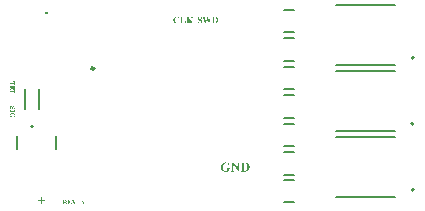
<source format=gbr>
%TF.GenerationSoftware,Altium Limited,Altium Designer,20.2.3 (150)*%
G04 Layer_Color=65535*
%FSLAX26Y26*%
%MOIN*%
%TF.SameCoordinates,27716F98-0B22-40FE-96F5-AA6DB086EB47*%
%TF.FilePolarity,Positive*%
%TF.FileFunction,Legend,Top*%
%TF.Part,Single*%
G01*
G75*
%TA.AperFunction,NonConductor*%
%ADD41C,0.007874*%
%ADD42C,0.005000*%
%ADD47C,0.009842*%
%ADD48C,0.006000*%
G36*
X2654381Y2049034D02*
X2653733D01*
Y2049066D01*
X2653701Y2049164D01*
X2653668Y2049293D01*
X2653636Y2049455D01*
X2653571Y2049682D01*
X2653506Y2049941D01*
X2653280Y2050524D01*
X2652988Y2051205D01*
X2652599Y2051885D01*
X2652113Y2052566D01*
X2651498Y2053214D01*
X2651465Y2053246D01*
X2651433Y2053278D01*
X2651336Y2053376D01*
X2651206Y2053473D01*
X2651044Y2053602D01*
X2650850Y2053732D01*
X2650364Y2054024D01*
X2649813Y2054315D01*
X2649165Y2054574D01*
X2648452Y2054769D01*
X2648096Y2054801D01*
X2647707Y2054834D01*
X2647448D01*
X2647156Y2054801D01*
X2646800Y2054736D01*
X2646411Y2054639D01*
X2645990Y2054477D01*
X2645568Y2054283D01*
X2645212Y2053991D01*
X2645180Y2053959D01*
X2645082Y2053829D01*
X2644920Y2053667D01*
X2644758Y2053440D01*
X2644596Y2053149D01*
X2644434Y2052825D01*
X2644337Y2052436D01*
X2644305Y2052047D01*
Y2052015D01*
Y2051918D01*
X2644337Y2051788D01*
Y2051626D01*
X2644434Y2051237D01*
X2644629Y2050816D01*
X2644661Y2050784D01*
X2644726Y2050686D01*
X2644823Y2050557D01*
X2644953Y2050362D01*
X2645147Y2050136D01*
X2645406Y2049876D01*
X2645698Y2049617D01*
X2646054Y2049358D01*
X2646087Y2049326D01*
X2646216Y2049261D01*
X2646443Y2049131D01*
X2646767Y2048969D01*
X2646962Y2048840D01*
X2647221Y2048710D01*
X2647480Y2048580D01*
X2647804Y2048418D01*
X2648128Y2048224D01*
X2648517Y2048030D01*
X2648970Y2047803D01*
X2649424Y2047576D01*
X2649456Y2047544D01*
X2649586Y2047511D01*
X2649780Y2047414D01*
X2650007Y2047284D01*
X2650331Y2047122D01*
X2650655Y2046928D01*
X2651044Y2046701D01*
X2651433Y2046474D01*
X2652275Y2045956D01*
X2653085Y2045373D01*
X2653474Y2045049D01*
X2653830Y2044757D01*
X2654154Y2044433D01*
X2654414Y2044142D01*
Y2044109D01*
X2654478Y2044077D01*
X2654543Y2043980D01*
X2654608Y2043850D01*
X2654802Y2043526D01*
X2655062Y2043105D01*
X2655288Y2042554D01*
X2655483Y2041938D01*
X2655612Y2041226D01*
X2655677Y2040480D01*
Y2040448D01*
Y2040351D01*
Y2040221D01*
X2655645Y2040027D01*
X2655612Y2039800D01*
X2655580Y2039541D01*
X2655418Y2038925D01*
X2655159Y2038245D01*
X2654997Y2037856D01*
X2654802Y2037467D01*
X2654576Y2037078D01*
X2654284Y2036722D01*
X2653960Y2036333D01*
X2653604Y2035977D01*
X2653571Y2035944D01*
X2653506Y2035912D01*
X2653409Y2035815D01*
X2653247Y2035685D01*
X2653020Y2035556D01*
X2652794Y2035394D01*
X2652502Y2035199D01*
X2652178Y2035037D01*
X2651822Y2034875D01*
X2651433Y2034681D01*
X2651012Y2034519D01*
X2650558Y2034389D01*
X2650072Y2034260D01*
X2649554Y2034195D01*
X2649003Y2034130D01*
X2648420Y2034098D01*
X2648063D01*
X2647804Y2034130D01*
X2647512Y2034162D01*
X2647188Y2034195D01*
X2646540Y2034324D01*
X2646508D01*
X2646378Y2034357D01*
X2646184Y2034422D01*
X2645925Y2034486D01*
X2645633Y2034584D01*
X2645244Y2034713D01*
X2644823Y2034843D01*
X2644337Y2035037D01*
X2644305D01*
X2644208Y2035102D01*
X2644078Y2035134D01*
X2643916Y2035199D01*
X2643495Y2035296D01*
X2643106Y2035361D01*
X2643041D01*
X2642847Y2035329D01*
X2642588Y2035232D01*
X2642264Y2035037D01*
X2642231D01*
X2642199Y2034972D01*
X2642004Y2034810D01*
X2641778Y2034519D01*
X2641551Y2034098D01*
X2641000D01*
Y2042003D01*
X2641551D01*
Y2041971D01*
X2641583Y2041874D01*
X2641616Y2041679D01*
X2641680Y2041452D01*
X2641778Y2041161D01*
X2641875Y2040869D01*
X2642004Y2040513D01*
X2642134Y2040124D01*
X2642490Y2039282D01*
X2642944Y2038439D01*
X2643495Y2037629D01*
X2643786Y2037273D01*
X2644143Y2036916D01*
X2644175Y2036884D01*
X2644240Y2036852D01*
X2644337Y2036754D01*
X2644499Y2036657D01*
X2644661Y2036528D01*
X2644888Y2036366D01*
X2645406Y2036042D01*
X2646022Y2035718D01*
X2646735Y2035426D01*
X2647512Y2035232D01*
X2647934Y2035199D01*
X2648355Y2035167D01*
X2648646D01*
X2648938Y2035232D01*
X2649359Y2035296D01*
X2649780Y2035394D01*
X2650234Y2035556D01*
X2650688Y2035782D01*
X2651109Y2036106D01*
X2651141Y2036139D01*
X2651271Y2036268D01*
X2651433Y2036463D01*
X2651627Y2036722D01*
X2651822Y2037046D01*
X2651984Y2037435D01*
X2652113Y2037824D01*
X2652146Y2038277D01*
Y2038310D01*
Y2038407D01*
X2652113Y2038536D01*
X2652081Y2038731D01*
X2651984Y2039184D01*
X2651854Y2039444D01*
X2651724Y2039703D01*
X2651692Y2039735D01*
X2651660Y2039832D01*
X2651562Y2039962D01*
X2651433Y2040124D01*
X2651271Y2040351D01*
X2651044Y2040578D01*
X2650817Y2040804D01*
X2650526Y2041031D01*
X2650493Y2041064D01*
X2650364Y2041161D01*
X2650169Y2041290D01*
X2649878Y2041485D01*
X2649489Y2041712D01*
X2648970Y2042003D01*
X2648387Y2042327D01*
X2647674Y2042684D01*
X2647642Y2042716D01*
X2647545Y2042748D01*
X2647415Y2042813D01*
X2647221Y2042910D01*
X2646962Y2043040D01*
X2646702Y2043170D01*
X2646087Y2043494D01*
X2645406Y2043882D01*
X2644726Y2044271D01*
X2644078Y2044660D01*
X2643819Y2044854D01*
X2643560Y2045049D01*
X2643495Y2045081D01*
X2643365Y2045211D01*
X2643138Y2045438D01*
X2642847Y2045697D01*
X2642555Y2046021D01*
X2642231Y2046410D01*
X2641940Y2046798D01*
X2641648Y2047252D01*
X2641616Y2047317D01*
X2641551Y2047479D01*
X2641454Y2047706D01*
X2641324Y2048062D01*
X2641194Y2048451D01*
X2641097Y2048937D01*
X2641032Y2049423D01*
X2641000Y2049974D01*
Y2050006D01*
Y2050071D01*
Y2050200D01*
X2641032Y2050395D01*
X2641065Y2050622D01*
X2641097Y2050848D01*
X2641227Y2051432D01*
X2641454Y2052112D01*
X2641778Y2052825D01*
X2641972Y2053181D01*
X2642231Y2053538D01*
X2642490Y2053894D01*
X2642814Y2054218D01*
X2642847Y2054250D01*
X2642912Y2054283D01*
X2643009Y2054380D01*
X2643138Y2054510D01*
X2643333Y2054639D01*
X2643560Y2054769D01*
X2643819Y2054931D01*
X2644078Y2055125D01*
X2644402Y2055287D01*
X2644758Y2055449D01*
X2645568Y2055708D01*
X2646476Y2055935D01*
X2646962Y2055968D01*
X2647480Y2056000D01*
X2647836D01*
X2648096Y2055968D01*
X2648420Y2055935D01*
X2648744Y2055903D01*
X2649456Y2055741D01*
X2649489D01*
X2649586Y2055708D01*
X2649748Y2055644D01*
X2649942Y2055579D01*
X2650202Y2055482D01*
X2650493Y2055384D01*
X2650850Y2055222D01*
X2651206Y2055060D01*
X2651238Y2055028D01*
X2651368Y2054996D01*
X2651562Y2054898D01*
X2651789Y2054834D01*
X2652275Y2054639D01*
X2652502Y2054607D01*
X2652696Y2054574D01*
X2652761D01*
X2652923Y2054607D01*
X2653118Y2054672D01*
X2653312Y2054801D01*
X2653344Y2054866D01*
X2653409Y2054931D01*
X2653442Y2055060D01*
X2653539Y2055222D01*
X2653604Y2055417D01*
X2653668Y2055676D01*
X2653766Y2056000D01*
X2654219D01*
X2654381Y2049034D01*
D02*
G37*
G36*
X2688207Y2054963D02*
X2688110D01*
X2688012Y2054931D01*
X2687850Y2054898D01*
X2687526Y2054801D01*
X2687202Y2054607D01*
X2687170D01*
X2687138Y2054574D01*
X2686976Y2054412D01*
X2686749Y2054153D01*
X2686522Y2053764D01*
X2686490Y2053700D01*
X2686457Y2053602D01*
X2686360Y2053408D01*
X2686230Y2053084D01*
X2686166Y2052890D01*
X2686068Y2052663D01*
X2685971Y2052404D01*
X2685842Y2052112D01*
X2685712Y2051756D01*
X2685550Y2051367D01*
X2679005Y2034098D01*
X2678390D01*
X2673238Y2047673D01*
X2667503Y2034098D01*
X2666985D01*
X2660084Y2051172D01*
Y2051205D01*
X2660051Y2051302D01*
X2659986Y2051432D01*
X2659922Y2051594D01*
X2659824Y2051788D01*
X2659727Y2052015D01*
X2659500Y2052533D01*
X2659241Y2053084D01*
X2659014Y2053602D01*
X2658885Y2053829D01*
X2658788Y2054024D01*
X2658690Y2054186D01*
X2658593Y2054315D01*
X2658561Y2054348D01*
X2658528Y2054412D01*
X2658399Y2054510D01*
X2658269Y2054607D01*
X2658075Y2054704D01*
X2657816Y2054834D01*
X2657524Y2054898D01*
X2657200Y2054963D01*
Y2055514D01*
X2666272D01*
Y2054963D01*
X2666110D01*
X2665916Y2054931D01*
X2665689Y2054898D01*
X2665203Y2054801D01*
X2664976Y2054704D01*
X2664814Y2054607D01*
X2664749Y2054542D01*
X2664652Y2054412D01*
X2664522Y2054186D01*
X2664490Y2054024D01*
X2664458Y2053862D01*
Y2053829D01*
Y2053732D01*
X2664490Y2053570D01*
X2664555Y2053343D01*
X2664652Y2052987D01*
X2664782Y2052566D01*
X2664944Y2052015D01*
X2665203Y2051367D01*
X2669285Y2041193D01*
X2672590Y2049164D01*
X2671748Y2051367D01*
Y2051399D01*
X2671715Y2051464D01*
X2671683Y2051529D01*
X2671618Y2051658D01*
X2671488Y2051982D01*
X2671359Y2052371D01*
X2671164Y2052760D01*
X2670970Y2053181D01*
X2670808Y2053538D01*
X2670646Y2053797D01*
X2670614Y2053829D01*
X2670581Y2053894D01*
X2670484Y2053991D01*
X2670387Y2054153D01*
X2670095Y2054412D01*
X2669933Y2054574D01*
X2669739Y2054672D01*
X2669706D01*
X2669642Y2054704D01*
X2669544Y2054769D01*
X2669382Y2054834D01*
X2669156Y2054866D01*
X2668929Y2054931D01*
X2668637Y2054963D01*
X2668281D01*
Y2055514D01*
X2678390D01*
Y2054963D01*
X2678228D01*
X2678033Y2054931D01*
X2677806D01*
X2677288Y2054866D01*
X2677061Y2054834D01*
X2676867Y2054769D01*
X2676802Y2054736D01*
X2676672Y2054704D01*
X2676510Y2054574D01*
X2676348Y2054412D01*
X2676316Y2054380D01*
X2676284Y2054250D01*
X2676219Y2054056D01*
X2676186Y2053829D01*
Y2053797D01*
Y2053732D01*
X2676219Y2053635D01*
X2676284Y2053408D01*
X2676348Y2053149D01*
X2676478Y2052760D01*
X2676640Y2052242D01*
X2676737Y2051950D01*
X2676867Y2051626D01*
X2680658Y2041712D01*
X2684092Y2050686D01*
Y2050719D01*
X2684124Y2050751D01*
X2684189Y2050913D01*
X2684254Y2051140D01*
X2684384Y2051464D01*
X2684578Y2052080D01*
X2684675Y2052371D01*
X2684740Y2052598D01*
Y2052630D01*
X2684772Y2052695D01*
Y2052792D01*
X2684805Y2052922D01*
X2684837Y2053214D01*
X2684870Y2053538D01*
Y2053570D01*
Y2053635D01*
X2684837Y2053764D01*
X2684805Y2053894D01*
X2684675Y2054250D01*
X2684578Y2054412D01*
X2684416Y2054542D01*
X2684384Y2054574D01*
X2684319Y2054607D01*
X2684222Y2054672D01*
X2684060Y2054736D01*
X2683833Y2054801D01*
X2683541Y2054898D01*
X2683217Y2054931D01*
X2682796Y2054963D01*
Y2055514D01*
X2688207D01*
Y2054963D01*
D02*
G37*
G36*
X2699223Y2055482D02*
X2699579Y2055449D01*
X2700000Y2055417D01*
X2700454Y2055384D01*
X2701394Y2055255D01*
X2702398Y2055093D01*
X2703402Y2054834D01*
X2703856Y2054672D01*
X2704310Y2054477D01*
X2704342D01*
X2704439Y2054412D01*
X2704569Y2054348D01*
X2704763Y2054250D01*
X2705022Y2054121D01*
X2705282Y2053959D01*
X2705897Y2053538D01*
X2706578Y2052987D01*
X2707290Y2052339D01*
X2707971Y2051561D01*
X2708262Y2051140D01*
X2708554Y2050686D01*
X2708586Y2050654D01*
X2708619Y2050557D01*
X2708684Y2050427D01*
X2708781Y2050233D01*
X2708878Y2050006D01*
X2709008Y2049714D01*
X2709137Y2049390D01*
X2709299Y2049034D01*
X2709429Y2048613D01*
X2709558Y2048192D01*
X2709785Y2047220D01*
X2709947Y2046150D01*
X2710012Y2045567D01*
Y2044984D01*
Y2044952D01*
Y2044887D01*
Y2044757D01*
Y2044595D01*
X2709980Y2044401D01*
Y2044174D01*
X2709915Y2043623D01*
X2709850Y2043008D01*
X2709720Y2042327D01*
X2709526Y2041614D01*
X2709299Y2040902D01*
Y2040869D01*
X2709267Y2040837D01*
X2709234Y2040740D01*
X2709170Y2040610D01*
X2709008Y2040254D01*
X2708813Y2039832D01*
X2708522Y2039346D01*
X2708230Y2038828D01*
X2707874Y2038310D01*
X2707452Y2037824D01*
X2707388Y2037759D01*
X2707258Y2037629D01*
X2707031Y2037402D01*
X2706707Y2037143D01*
X2706318Y2036819D01*
X2705865Y2036495D01*
X2705379Y2036171D01*
X2704828Y2035880D01*
X2704763Y2035847D01*
X2704569Y2035750D01*
X2704245Y2035620D01*
X2703824Y2035458D01*
X2703305Y2035296D01*
X2702722Y2035102D01*
X2702009Y2034908D01*
X2701264Y2034746D01*
X2701232D01*
X2701102Y2034713D01*
X2700875Y2034681D01*
X2700551D01*
X2700130Y2034648D01*
X2699612Y2034616D01*
X2698996Y2034584D01*
X2688952D01*
Y2035134D01*
X2689956D01*
X2690151Y2035167D01*
X2690604Y2035232D01*
X2690831Y2035296D01*
X2691026Y2035394D01*
X2691058D01*
X2691090Y2035458D01*
X2691285Y2035588D01*
X2691544Y2035847D01*
X2691738Y2036171D01*
Y2036204D01*
X2691771Y2036236D01*
X2691803Y2036366D01*
X2691836Y2036528D01*
Y2036787D01*
X2691868Y2037143D01*
X2691900Y2037597D01*
Y2038148D01*
Y2051950D01*
Y2051982D01*
Y2052015D01*
Y2052209D01*
Y2052468D01*
X2691868Y2052792D01*
Y2053116D01*
X2691836Y2053440D01*
X2691771Y2053732D01*
X2691706Y2053926D01*
Y2053959D01*
X2691674Y2053991D01*
X2691576Y2054186D01*
X2691350Y2054412D01*
X2691220Y2054542D01*
X2691026Y2054639D01*
X2690993D01*
X2690928Y2054704D01*
X2690831Y2054736D01*
X2690669Y2054801D01*
X2690475Y2054866D01*
X2690216Y2054898D01*
X2689956Y2054963D01*
X2688952D01*
Y2055514D01*
X2698899D01*
X2699223Y2055482D01*
D02*
G37*
G36*
X2579829Y2047742D02*
X2579213D01*
Y2047775D01*
X2579181Y2047872D01*
X2579148Y2048002D01*
X2579084Y2048228D01*
X2578986Y2048455D01*
X2578889Y2048714D01*
X2578630Y2049362D01*
X2578306Y2050075D01*
X2577852Y2050788D01*
X2577334Y2051501D01*
X2576686Y2052116D01*
X2576654Y2052149D01*
X2576589Y2052181D01*
X2576492Y2052246D01*
X2576362Y2052343D01*
X2576200Y2052473D01*
X2575973Y2052602D01*
X2575487Y2052894D01*
X2574839Y2053153D01*
X2574159Y2053412D01*
X2573349Y2053574D01*
X2572928Y2053639D01*
X2572312D01*
X2572182Y2053607D01*
X2571988D01*
X2571794Y2053574D01*
X2571308Y2053510D01*
X2570757Y2053348D01*
X2570141Y2053153D01*
X2569526Y2052894D01*
X2568910Y2052505D01*
X2568878D01*
X2568845Y2052440D01*
X2568651Y2052311D01*
X2568359Y2052052D01*
X2568003Y2051695D01*
X2567614Y2051274D01*
X2567225Y2050756D01*
X2566836Y2050172D01*
X2566512Y2049524D01*
Y2049492D01*
X2566480Y2049427D01*
X2566415Y2049298D01*
X2566383Y2049103D01*
X2566286Y2048909D01*
X2566221Y2048650D01*
X2566124Y2048326D01*
X2566059Y2048002D01*
X2565962Y2047645D01*
X2565864Y2047224D01*
X2565735Y2046349D01*
X2565605Y2045377D01*
X2565573Y2044340D01*
Y2044308D01*
Y2044211D01*
Y2044081D01*
Y2043854D01*
X2565605Y2043628D01*
Y2043336D01*
X2565638Y2043012D01*
X2565670Y2042656D01*
X2565735Y2041846D01*
X2565864Y2041003D01*
X2566026Y2040096D01*
X2566253Y2039221D01*
Y2039189D01*
X2566286Y2039124D01*
X2566318Y2038994D01*
X2566383Y2038832D01*
X2566480Y2038638D01*
X2566545Y2038444D01*
X2566804Y2037925D01*
X2567096Y2037342D01*
X2567484Y2036791D01*
X2567938Y2036208D01*
X2568456Y2035722D01*
X2568489D01*
X2568521Y2035657D01*
X2568618Y2035625D01*
X2568748Y2035528D01*
X2569072Y2035366D01*
X2569526Y2035139D01*
X2570076Y2034912D01*
X2570757Y2034750D01*
X2571534Y2034620D01*
X2572377Y2034556D01*
X2572701D01*
X2572895Y2034588D01*
X2573090D01*
X2573576Y2034653D01*
X2574126Y2034750D01*
X2574742Y2034912D01*
X2575358Y2035106D01*
X2575973Y2035398D01*
X2576006D01*
X2576038Y2035430D01*
X2576135Y2035495D01*
X2576265Y2035560D01*
X2576589Y2035787D01*
X2577042Y2036111D01*
X2577561Y2036500D01*
X2578144Y2037018D01*
X2578792Y2037634D01*
X2579472Y2038379D01*
Y2036597D01*
X2579440Y2036564D01*
X2579408Y2036532D01*
X2579310Y2036435D01*
X2579181Y2036305D01*
X2578824Y2035981D01*
X2578338Y2035560D01*
X2577788Y2035139D01*
X2577172Y2034685D01*
X2576492Y2034264D01*
X2575779Y2033908D01*
X2575746D01*
X2575682Y2033875D01*
X2575584Y2033843D01*
X2575455Y2033778D01*
X2575260Y2033713D01*
X2575066Y2033648D01*
X2574807Y2033584D01*
X2574515Y2033519D01*
X2573867Y2033357D01*
X2573122Y2033227D01*
X2572280Y2033130D01*
X2571340Y2033098D01*
X2571016D01*
X2570789Y2033130D01*
X2570498D01*
X2570141Y2033162D01*
X2569752Y2033195D01*
X2569364Y2033260D01*
X2568424Y2033422D01*
X2567420Y2033648D01*
X2566415Y2033972D01*
X2565411Y2034426D01*
X2565378Y2034458D01*
X2565314Y2034491D01*
X2565152Y2034556D01*
X2564990Y2034685D01*
X2564763Y2034815D01*
X2564504Y2034977D01*
X2563953Y2035398D01*
X2563305Y2035949D01*
X2562624Y2036629D01*
X2561976Y2037407D01*
X2561393Y2038282D01*
Y2038314D01*
X2561328Y2038411D01*
X2561264Y2038541D01*
X2561166Y2038735D01*
X2561069Y2038962D01*
X2560940Y2039221D01*
X2560842Y2039545D01*
X2560713Y2039902D01*
X2560583Y2040290D01*
X2560454Y2040712D01*
X2560227Y2041619D01*
X2560065Y2042623D01*
X2560032Y2043142D01*
X2560000Y2043660D01*
Y2043692D01*
Y2043790D01*
Y2043952D01*
X2560032Y2044178D01*
Y2044438D01*
X2560097Y2044762D01*
X2560130Y2045086D01*
X2560194Y2045474D01*
X2560389Y2046349D01*
X2560648Y2047321D01*
X2561037Y2048326D01*
X2561296Y2048812D01*
X2561555Y2049330D01*
X2561588Y2049362D01*
X2561620Y2049460D01*
X2561717Y2049589D01*
X2561847Y2049784D01*
X2562009Y2050010D01*
X2562203Y2050270D01*
X2562398Y2050561D01*
X2562657Y2050853D01*
X2563272Y2051533D01*
X2563985Y2052214D01*
X2564828Y2052894D01*
X2565767Y2053510D01*
X2565800Y2053542D01*
X2565897Y2053574D01*
X2566026Y2053639D01*
X2566221Y2053736D01*
X2566480Y2053866D01*
X2566772Y2053996D01*
X2567096Y2054125D01*
X2567484Y2054255D01*
X2567873Y2054384D01*
X2568327Y2054514D01*
X2569266Y2054773D01*
X2570303Y2054935D01*
X2570854Y2055000D01*
X2571794D01*
X2571988Y2054968D01*
X2572247Y2054935D01*
X2572506D01*
X2572830Y2054870D01*
X2573511Y2054773D01*
X2574288Y2054579D01*
X2575163Y2054352D01*
X2576070Y2054028D01*
X2576103D01*
X2576135Y2053996D01*
X2576297Y2053931D01*
X2576556Y2053866D01*
X2576848Y2053769D01*
X2577140Y2053639D01*
X2577431Y2053574D01*
X2577690Y2053510D01*
X2577885Y2053477D01*
X2577982D01*
X2578176Y2053510D01*
X2578436Y2053639D01*
X2578598Y2053704D01*
X2578727Y2053834D01*
X2578760Y2053866D01*
X2578792Y2053898D01*
X2578857Y2053996D01*
X2578922Y2054125D01*
X2579019Y2054287D01*
X2579084Y2054482D01*
X2579148Y2054708D01*
X2579213Y2055000D01*
X2579829D01*
Y2047742D01*
D02*
G37*
G36*
X2626452Y2053963D02*
X2626420D01*
X2626258Y2053931D01*
X2626064D01*
X2625837Y2053866D01*
X2625254Y2053736D01*
X2624994Y2053639D01*
X2624735Y2053542D01*
X2624703Y2053510D01*
X2624606Y2053477D01*
X2624411Y2053348D01*
X2624152Y2053153D01*
X2623763Y2052894D01*
X2623536Y2052700D01*
X2623245Y2052505D01*
X2622953Y2052278D01*
X2622629Y2052019D01*
X2622273Y2051728D01*
X2621852Y2051404D01*
X2615760Y2046479D01*
X2623083Y2037245D01*
X2623115Y2037212D01*
X2623148Y2037148D01*
X2623245Y2037050D01*
X2623342Y2036921D01*
X2623634Y2036597D01*
X2623990Y2036176D01*
X2624411Y2035754D01*
X2624865Y2035333D01*
X2625318Y2034944D01*
X2625772Y2034620D01*
X2625804Y2034588D01*
X2625902Y2034556D01*
X2626064Y2034458D01*
X2626290Y2034394D01*
X2626550Y2034296D01*
X2626841Y2034199D01*
X2627165Y2034167D01*
X2627489Y2034134D01*
Y2033584D01*
X2616635D01*
Y2034134D01*
X2616797D01*
X2616992Y2034167D01*
X2617186Y2034199D01*
X2617640Y2034296D01*
X2617834Y2034361D01*
X2617964Y2034426D01*
X2617996Y2034458D01*
X2618126Y2034588D01*
X2618223Y2034782D01*
X2618255Y2035009D01*
Y2035042D01*
X2618223Y2035139D01*
X2618190Y2035301D01*
X2618093Y2035560D01*
X2617899Y2035884D01*
X2617640Y2036338D01*
X2617316Y2036856D01*
X2617089Y2037148D01*
X2616830Y2037472D01*
X2612067Y2043498D01*
X2611289Y2042850D01*
Y2037148D01*
Y2037115D01*
Y2037083D01*
Y2036888D01*
Y2036597D01*
X2611322Y2036273D01*
Y2035916D01*
X2611354Y2035592D01*
X2611386Y2035301D01*
X2611451Y2035074D01*
Y2035042D01*
X2611484Y2035009D01*
X2611613Y2034847D01*
X2611840Y2034620D01*
X2612164Y2034394D01*
X2612196D01*
X2612261Y2034361D01*
X2612391Y2034329D01*
X2612585Y2034264D01*
X2612812Y2034232D01*
X2613136Y2034167D01*
X2613460Y2034134D01*
X2613881D01*
Y2033584D01*
X2603319D01*
Y2034134D01*
X2604161D01*
X2604323Y2034167D01*
X2604518D01*
X2605004Y2034264D01*
X2605230Y2034361D01*
X2605457Y2034458D01*
X2605490D01*
X2605522Y2034491D01*
X2605684Y2034620D01*
X2605911Y2034847D01*
X2606073Y2035171D01*
Y2035204D01*
X2606105Y2035268D01*
X2606138Y2035366D01*
X2606170Y2035560D01*
X2606202Y2035819D01*
X2606235Y2036176D01*
X2606267Y2036597D01*
Y2037148D01*
Y2050950D01*
Y2050982D01*
Y2051015D01*
Y2051209D01*
Y2051468D01*
X2606235Y2051792D01*
Y2052116D01*
X2606202Y2052440D01*
X2606138Y2052732D01*
X2606073Y2052926D01*
Y2052959D01*
X2606040Y2052991D01*
X2605943Y2053186D01*
X2605716Y2053412D01*
X2605587Y2053542D01*
X2605392Y2053639D01*
X2605360D01*
X2605295Y2053704D01*
X2605198Y2053736D01*
X2605036Y2053801D01*
X2604842Y2053866D01*
X2604582Y2053898D01*
X2604323Y2053963D01*
X2603319D01*
Y2054514D01*
X2613719D01*
Y2053963D01*
X2613363D01*
X2613104Y2053931D01*
X2612585Y2053834D01*
X2612326Y2053736D01*
X2612099Y2053639D01*
X2612067D01*
X2612034Y2053607D01*
X2611872Y2053477D01*
X2611646Y2053250D01*
X2611451Y2052926D01*
Y2052894D01*
X2611419Y2052829D01*
X2611386Y2052732D01*
Y2052538D01*
X2611354Y2052278D01*
X2611322Y2051922D01*
X2611289Y2051501D01*
Y2050950D01*
Y2044405D01*
X2619033Y2050658D01*
X2619065D01*
X2619098Y2050723D01*
X2619292Y2050885D01*
X2619551Y2051112D01*
X2619843Y2051436D01*
X2620134Y2051760D01*
X2620394Y2052116D01*
X2620588Y2052473D01*
X2620620Y2052635D01*
X2620653Y2052797D01*
Y2052829D01*
Y2052894D01*
X2620620Y2052991D01*
X2620588Y2053121D01*
X2620491Y2053283D01*
X2620394Y2053445D01*
X2620232Y2053607D01*
X2620005Y2053736D01*
X2619972D01*
X2619940Y2053769D01*
X2619810Y2053801D01*
X2619648Y2053834D01*
X2619454Y2053866D01*
X2619130Y2053898D01*
X2618774Y2053931D01*
X2618320Y2053963D01*
Y2054514D01*
X2626452D01*
Y2053963D01*
D02*
G37*
G36*
X2593307D02*
X2592206D01*
X2592044Y2053931D01*
X2591849D01*
X2591363Y2053801D01*
X2591136Y2053736D01*
X2590910Y2053607D01*
X2590845Y2053574D01*
X2590683Y2053445D01*
X2590488Y2053218D01*
X2590294Y2052894D01*
Y2052862D01*
X2590262Y2052797D01*
X2590229Y2052700D01*
Y2052505D01*
X2590197Y2052246D01*
X2590164Y2051922D01*
X2590132Y2051468D01*
Y2050950D01*
Y2037569D01*
Y2037536D01*
Y2037504D01*
Y2037310D01*
Y2037050D01*
X2590164Y2036726D01*
Y2036370D01*
X2590197Y2036046D01*
X2590229Y2035754D01*
X2590294Y2035528D01*
Y2035495D01*
X2590326Y2035463D01*
X2590456Y2035268D01*
X2590683Y2035074D01*
X2590845Y2034977D01*
X2591039Y2034880D01*
X2591072D01*
X2591104Y2034847D01*
X2591234D01*
X2591396Y2034815D01*
X2591655Y2034782D01*
X2591979D01*
X2592368Y2034750D01*
X2594927D01*
X2595219Y2034782D01*
X2595608Y2034815D01*
X2596029Y2034880D01*
X2596482Y2035009D01*
X2596968Y2035139D01*
X2597390Y2035333D01*
X2597454Y2035366D01*
X2597584Y2035430D01*
X2597778Y2035592D01*
X2598038Y2035787D01*
X2598329Y2036046D01*
X2598653Y2036370D01*
X2598977Y2036726D01*
X2599301Y2037180D01*
X2599334Y2037245D01*
X2599431Y2037407D01*
X2599593Y2037698D01*
X2599787Y2038120D01*
X2600046Y2038638D01*
X2600306Y2039286D01*
X2600565Y2040031D01*
X2600856Y2040906D01*
X2601504D01*
X2600727Y2033584D01*
X2582162D01*
Y2034134D01*
X2583004D01*
X2583166Y2034167D01*
X2583360D01*
X2583846Y2034264D01*
X2584073Y2034361D01*
X2584300Y2034458D01*
X2584332D01*
X2584365Y2034491D01*
X2584527Y2034620D01*
X2584754Y2034847D01*
X2584916Y2035171D01*
Y2035204D01*
X2584948Y2035268D01*
X2584980Y2035366D01*
X2585013Y2035560D01*
X2585045Y2035819D01*
X2585078Y2036176D01*
X2585110Y2036597D01*
Y2037148D01*
Y2050950D01*
Y2050982D01*
Y2051015D01*
Y2051209D01*
Y2051468D01*
X2585078Y2051792D01*
Y2052116D01*
X2585045Y2052440D01*
X2584980Y2052732D01*
X2584916Y2052926D01*
Y2052959D01*
X2584883Y2052991D01*
X2584786Y2053186D01*
X2584559Y2053412D01*
X2584430Y2053542D01*
X2584235Y2053639D01*
X2584203D01*
X2584138Y2053704D01*
X2584041Y2053736D01*
X2583879Y2053801D01*
X2583684Y2053866D01*
X2583425Y2053898D01*
X2583166Y2053963D01*
X2582162D01*
Y2054514D01*
X2593307D01*
Y2053963D01*
D02*
G37*
G36*
X2747245Y1559466D02*
X2746459D01*
Y1559513D01*
X2746413Y1559651D01*
X2746321Y1559882D01*
X2746182Y1560159D01*
X2746043Y1560529D01*
X2745859Y1560945D01*
X2745350Y1561915D01*
X2744750Y1562931D01*
X2743964Y1564040D01*
X2743087Y1565057D01*
X2742578Y1565565D01*
X2742024Y1565981D01*
X2741978Y1566027D01*
X2741885Y1566073D01*
X2741747Y1566212D01*
X2741516Y1566350D01*
X2741239Y1566489D01*
X2740915Y1566720D01*
X2740546Y1566905D01*
X2740130Y1567136D01*
X2739160Y1567551D01*
X2738051Y1567875D01*
X2736896Y1568152D01*
X2736249Y1568198D01*
X2735602Y1568244D01*
X2735279D01*
X2735048Y1568198D01*
X2734771D01*
X2734401Y1568152D01*
X2733662Y1568013D01*
X2732738Y1567782D01*
X2731814Y1567459D01*
X2730890Y1566997D01*
X2730012Y1566350D01*
X2729966D01*
X2729920Y1566258D01*
X2729642Y1565981D01*
X2729273Y1565565D01*
X2728811Y1564964D01*
X2728256Y1564225D01*
X2727748Y1563347D01*
X2727286Y1562285D01*
X2726870Y1561083D01*
Y1561037D01*
X2726824Y1560945D01*
X2726778Y1560760D01*
X2726732Y1560529D01*
X2726639Y1560206D01*
X2726593Y1559836D01*
X2726501Y1559420D01*
X2726408Y1558958D01*
X2726224Y1557942D01*
X2726085Y1556787D01*
X2725993Y1555539D01*
X2725946Y1554200D01*
Y1554153D01*
Y1554015D01*
Y1553784D01*
Y1553460D01*
X2725993Y1553091D01*
Y1552675D01*
X2726039Y1552167D01*
X2726085Y1551659D01*
X2726177Y1550457D01*
X2726362Y1549210D01*
X2726639Y1547916D01*
X2726963Y1546669D01*
Y1546623D01*
X2727009Y1546530D01*
X2727055Y1546346D01*
X2727148Y1546161D01*
X2727286Y1545884D01*
X2727425Y1545560D01*
X2727748Y1544867D01*
X2728210Y1544082D01*
X2728765Y1543296D01*
X2729411Y1542557D01*
X2730197Y1541910D01*
X2730243D01*
X2730289Y1541864D01*
X2730428Y1541772D01*
X2730613Y1541679D01*
X2731075Y1541448D01*
X2731721Y1541171D01*
X2732507Y1540894D01*
X2733431Y1540663D01*
X2734447Y1540478D01*
X2735556Y1540432D01*
X2735972D01*
X2736249Y1540478D01*
X2736572D01*
X2736942Y1540524D01*
X2737727Y1540663D01*
X2737774D01*
X2737912Y1540709D01*
X2738143Y1540755D01*
X2738467Y1540848D01*
X2738790Y1540940D01*
X2739206Y1541033D01*
X2740084Y1541310D01*
Y1547547D01*
Y1547639D01*
Y1547824D01*
Y1548147D01*
X2740037Y1548471D01*
Y1548887D01*
X2739991Y1549256D01*
X2739899Y1549580D01*
X2739806Y1549811D01*
Y1549857D01*
X2739760Y1549903D01*
X2739575Y1550134D01*
X2739298Y1550411D01*
X2739067Y1550596D01*
X2738790Y1550735D01*
X2738744D01*
X2738651Y1550827D01*
X2738513Y1550873D01*
X2738282Y1550966D01*
X2738005Y1551058D01*
X2737727Y1551104D01*
X2736988Y1551197D01*
X2736249D01*
Y1551982D01*
X2750756D01*
Y1551197D01*
X2750663D01*
X2750479Y1551150D01*
X2750201D01*
X2749832Y1551104D01*
X2749046Y1550919D01*
X2748723Y1550827D01*
X2748400Y1550688D01*
X2748353D01*
X2748307Y1550642D01*
X2748030Y1550411D01*
X2747707Y1550088D01*
X2747429Y1549580D01*
X2747383Y1549487D01*
Y1549349D01*
X2747337Y1549164D01*
X2747291Y1548887D01*
Y1548563D01*
X2747245Y1548101D01*
Y1547547D01*
Y1541310D01*
X2747198D01*
X2747106Y1541264D01*
X2746967Y1541171D01*
X2746736Y1541125D01*
X2746505Y1540986D01*
X2746182Y1540894D01*
X2745443Y1540617D01*
X2744519Y1540293D01*
X2743502Y1539970D01*
X2742440Y1539693D01*
X2741285Y1539416D01*
X2741239D01*
X2741146Y1539369D01*
X2740961D01*
X2740730Y1539323D01*
X2740453Y1539277D01*
X2740130Y1539231D01*
X2739760Y1539138D01*
X2739344Y1539092D01*
X2738374Y1538954D01*
X2737265Y1538861D01*
X2736110Y1538815D01*
X2734863Y1538769D01*
X2734170D01*
X2733800Y1538815D01*
X2733385D01*
X2732923Y1538861D01*
X2732414Y1538907D01*
X2731306Y1539046D01*
X2730151Y1539231D01*
X2728949Y1539508D01*
X2727841Y1539878D01*
X2727794D01*
X2727702Y1539924D01*
X2727563Y1540016D01*
X2727379Y1540109D01*
X2726824Y1540340D01*
X2726177Y1540709D01*
X2725392Y1541125D01*
X2724560Y1541633D01*
X2723729Y1542234D01*
X2722897Y1542927D01*
Y1542973D01*
X2722805Y1543019D01*
X2722528Y1543250D01*
X2722158Y1543666D01*
X2721696Y1544174D01*
X2721142Y1544821D01*
X2720587Y1545514D01*
X2720033Y1546299D01*
X2719525Y1547177D01*
Y1547223D01*
X2719478Y1547316D01*
X2719386Y1547501D01*
X2719294Y1547732D01*
X2719155Y1548009D01*
X2719063Y1548332D01*
X2718924Y1548748D01*
X2718785Y1549164D01*
X2718462Y1550180D01*
X2718231Y1551335D01*
X2718046Y1552583D01*
X2718000Y1553969D01*
Y1554061D01*
Y1554292D01*
X2718046Y1554615D01*
X2718092Y1555077D01*
X2718139Y1555678D01*
X2718231Y1556371D01*
X2718416Y1557110D01*
X2718601Y1557942D01*
X2718832Y1558773D01*
X2719155Y1559697D01*
X2719525Y1560668D01*
X2719987Y1561592D01*
X2720541Y1562562D01*
X2721142Y1563532D01*
X2721881Y1564456D01*
X2722712Y1565334D01*
X2722759Y1565380D01*
X2722943Y1565519D01*
X2723221Y1565750D01*
X2723590Y1566073D01*
X2724052Y1566396D01*
X2724607Y1566812D01*
X2725253Y1567228D01*
X2725993Y1567690D01*
X2726824Y1568106D01*
X2727702Y1568522D01*
X2728718Y1568937D01*
X2729735Y1569261D01*
X2730890Y1569584D01*
X2732045Y1569815D01*
X2733338Y1569954D01*
X2734632Y1570000D01*
X2735417D01*
X2735972Y1569954D01*
X2736572Y1569908D01*
X2737265Y1569861D01*
X2738651Y1569630D01*
X2738698D01*
X2738836Y1569584D01*
X2739067Y1569538D01*
X2739391Y1569446D01*
X2739853Y1569307D01*
X2740361Y1569122D01*
X2741008Y1568891D01*
X2741747Y1568614D01*
X2741793D01*
X2741839Y1568568D01*
X2742116Y1568475D01*
X2742440Y1568383D01*
X2742902Y1568244D01*
X2743318Y1568060D01*
X2743733Y1567967D01*
X2744103Y1567875D01*
X2744334Y1567829D01*
X2744426D01*
X2744704Y1567875D01*
X2745073Y1568013D01*
X2745443Y1568244D01*
X2745489Y1568291D01*
X2745535Y1568337D01*
X2745628Y1568475D01*
X2745766Y1568660D01*
X2745951Y1568891D01*
X2746090Y1569168D01*
X2746274Y1569538D01*
X2746459Y1570000D01*
X2747245D01*
Y1559466D01*
D02*
G37*
G36*
X2782634Y1568522D02*
X2782541D01*
X2782310Y1568475D01*
X2781987Y1568429D01*
X2781571Y1568337D01*
X2780740Y1568106D01*
X2780324Y1567967D01*
X2780047Y1567829D01*
X2780000D01*
X2779954Y1567736D01*
X2779677Y1567551D01*
X2779354Y1567136D01*
X2779169Y1566905D01*
X2779030Y1566581D01*
Y1566535D01*
X2778984Y1566443D01*
X2778938Y1566212D01*
X2778892Y1565888D01*
X2778799Y1565472D01*
X2778753Y1564964D01*
X2778707Y1564364D01*
Y1563624D01*
Y1538769D01*
X2777921D01*
X2757871Y1563624D01*
Y1544636D01*
Y1544590D01*
Y1544544D01*
Y1544405D01*
Y1544220D01*
X2757917Y1543758D01*
X2758009Y1543250D01*
X2758148Y1542650D01*
X2758379Y1542049D01*
X2758656Y1541541D01*
X2759026Y1541125D01*
X2759072Y1541079D01*
X2759210Y1540986D01*
X2759488Y1540848D01*
X2759811Y1540709D01*
X2760181Y1540524D01*
X2760643Y1540386D01*
X2761151Y1540293D01*
X2761705Y1540247D01*
X2762444D01*
Y1539462D01*
X2751865D01*
Y1540247D01*
X2752280D01*
X2752696Y1540293D01*
X2753204Y1540386D01*
X2753759Y1540478D01*
X2754359Y1540663D01*
X2754868Y1540894D01*
X2755283Y1541217D01*
X2755330Y1541264D01*
X2755422Y1541402D01*
X2755607Y1541679D01*
X2755792Y1542049D01*
X2755930Y1542511D01*
X2756115Y1543112D01*
X2756207Y1543805D01*
X2756254Y1544636D01*
Y1565703D01*
X2755607Y1566489D01*
X2755561Y1566535D01*
X2755468Y1566674D01*
X2755283Y1566905D01*
X2755052Y1567136D01*
X2754498Y1567644D01*
X2754175Y1567875D01*
X2753897Y1568060D01*
X2753851D01*
X2753759Y1568106D01*
X2753620Y1568198D01*
X2753389Y1568291D01*
X2753066Y1568337D01*
X2752742Y1568429D01*
X2752327Y1568475D01*
X2751818Y1568522D01*
Y1569307D01*
X2762398D01*
X2777090Y1550781D01*
Y1563624D01*
Y1563671D01*
Y1563763D01*
Y1563902D01*
Y1564040D01*
X2777044Y1564502D01*
X2776997Y1565103D01*
X2776905Y1565703D01*
X2776766Y1566304D01*
X2776582Y1566858D01*
X2776304Y1567274D01*
X2776258Y1567320D01*
X2776120Y1567459D01*
X2775842Y1567690D01*
X2775473Y1567921D01*
X2774965Y1568106D01*
X2774364Y1568337D01*
X2773671Y1568475D01*
X2772793Y1568522D01*
Y1569307D01*
X2782634D01*
Y1568522D01*
D02*
G37*
G36*
X2798989Y1569261D02*
X2799497Y1569215D01*
X2800097Y1569168D01*
X2800744Y1569122D01*
X2802084Y1568937D01*
X2803516Y1568706D01*
X2804948Y1568337D01*
X2805595Y1568106D01*
X2806242Y1567829D01*
X2806288D01*
X2806427Y1567736D01*
X2806612Y1567644D01*
X2806889Y1567505D01*
X2807258Y1567320D01*
X2807628Y1567089D01*
X2808506Y1566489D01*
X2809476Y1565703D01*
X2810492Y1564779D01*
X2811463Y1563671D01*
X2811878Y1563070D01*
X2812294Y1562423D01*
X2812340Y1562377D01*
X2812387Y1562238D01*
X2812479Y1562054D01*
X2812618Y1561776D01*
X2812756Y1561453D01*
X2812941Y1561037D01*
X2813126Y1560575D01*
X2813357Y1560067D01*
X2813542Y1559466D01*
X2813726Y1558866D01*
X2814050Y1557480D01*
X2814281Y1555955D01*
X2814373Y1555124D01*
Y1554292D01*
Y1554246D01*
Y1554153D01*
Y1553969D01*
Y1553738D01*
X2814327Y1553460D01*
Y1553137D01*
X2814235Y1552352D01*
X2814142Y1551474D01*
X2813957Y1550504D01*
X2813680Y1549487D01*
X2813357Y1548471D01*
Y1548425D01*
X2813311Y1548378D01*
X2813264Y1548240D01*
X2813172Y1548055D01*
X2812941Y1547547D01*
X2812664Y1546946D01*
X2812248Y1546253D01*
X2811832Y1545514D01*
X2811324Y1544775D01*
X2810723Y1544082D01*
X2810631Y1543989D01*
X2810446Y1543805D01*
X2810123Y1543481D01*
X2809661Y1543112D01*
X2809106Y1542650D01*
X2808460Y1542188D01*
X2807767Y1541726D01*
X2806981Y1541310D01*
X2806889Y1541264D01*
X2806612Y1541125D01*
X2806150Y1540940D01*
X2805549Y1540709D01*
X2804810Y1540478D01*
X2803978Y1540201D01*
X2802962Y1539924D01*
X2801899Y1539693D01*
X2801853D01*
X2801668Y1539647D01*
X2801345Y1539600D01*
X2800883D01*
X2800282Y1539554D01*
X2799543Y1539508D01*
X2798665Y1539462D01*
X2784343D01*
Y1540247D01*
X2785775D01*
X2786053Y1540293D01*
X2786699Y1540386D01*
X2787023Y1540478D01*
X2787300Y1540617D01*
X2787346D01*
X2787392Y1540709D01*
X2787670Y1540894D01*
X2788039Y1541264D01*
X2788316Y1541726D01*
Y1541772D01*
X2788363Y1541818D01*
X2788409Y1542003D01*
X2788455Y1542234D01*
Y1542603D01*
X2788501Y1543112D01*
X2788547Y1543758D01*
Y1544544D01*
Y1564225D01*
Y1564271D01*
Y1564317D01*
Y1564595D01*
Y1564964D01*
X2788501Y1565426D01*
Y1565888D01*
X2788455Y1566350D01*
X2788363Y1566766D01*
X2788270Y1567043D01*
Y1567089D01*
X2788224Y1567136D01*
X2788085Y1567413D01*
X2787762Y1567736D01*
X2787577Y1567921D01*
X2787300Y1568060D01*
X2787254D01*
X2787161Y1568152D01*
X2787023Y1568198D01*
X2786792Y1568291D01*
X2786515Y1568383D01*
X2786145Y1568429D01*
X2785775Y1568522D01*
X2784343D01*
Y1569307D01*
X2798527D01*
X2798989Y1569261D01*
D02*
G37*
G36*
X2143844Y2066426D02*
X2131000D01*
Y2071000D01*
X2143844D01*
Y2066426D01*
D02*
G37*
G36*
X2123398Y1443420D02*
X2133978D01*
Y1440510D01*
X2123398D01*
Y1430022D01*
X2120580D01*
Y1440510D01*
X2110000D01*
Y1443420D01*
X2120580D01*
Y1454000D01*
X2123398D01*
Y1443420D01*
D02*
G37*
G36*
X2219736Y1440288D02*
X2219321D01*
Y1440311D01*
X2219298Y1440357D01*
Y1440449D01*
X2219251Y1440542D01*
X2219182Y1440842D01*
X2219090Y1441188D01*
X2218951Y1441558D01*
X2218812Y1441951D01*
X2218628Y1442297D01*
X2218420Y1442598D01*
X2218397Y1442621D01*
X2218304Y1442713D01*
X2218189Y1442852D01*
X2218004Y1442990D01*
X2217773Y1443175D01*
X2217496Y1443337D01*
X2217149Y1443498D01*
X2216780Y1443637D01*
X2216756D01*
X2216664Y1443660D01*
X2216502Y1443706D01*
X2216248Y1443753D01*
X2215948Y1443776D01*
X2215532Y1443822D01*
X2215301D01*
X2215047Y1443845D01*
X2212945D01*
Y1437770D01*
X2213361D01*
X2213453Y1437793D01*
X2213707Y1437816D01*
X2214031Y1437885D01*
X2214354Y1437978D01*
X2214701Y1438139D01*
X2215024Y1438347D01*
X2215301Y1438648D01*
X2215324Y1438694D01*
X2215417Y1438809D01*
X2215509Y1439017D01*
X2215648Y1439317D01*
X2215786Y1439687D01*
X2215925Y1440126D01*
X2216040Y1440657D01*
X2216133Y1441281D01*
X2216549D01*
Y1433473D01*
X2216133D01*
Y1433496D01*
Y1433519D01*
X2216110Y1433589D01*
Y1433681D01*
X2216064Y1433912D01*
X2216017Y1434212D01*
X2215925Y1434536D01*
X2215832Y1434882D01*
X2215717Y1435229D01*
X2215555Y1435552D01*
X2215532Y1435598D01*
X2215486Y1435691D01*
X2215394Y1435829D01*
X2215278Y1435991D01*
X2215140Y1436176D01*
X2214955Y1436361D01*
X2214770Y1436522D01*
X2214562Y1436638D01*
X2214539Y1436661D01*
X2214470Y1436684D01*
X2214331Y1436730D01*
X2214146Y1436800D01*
X2213915Y1436846D01*
X2213638Y1436892D01*
X2213315Y1436915D01*
X2212945Y1436938D01*
Y1432734D01*
Y1432711D01*
Y1432688D01*
Y1432549D01*
Y1432341D01*
X2212968Y1432087D01*
Y1431833D01*
X2212991Y1431579D01*
X2213014Y1431371D01*
X2213037Y1431232D01*
X2213061Y1431186D01*
X2213130Y1431071D01*
X2213245Y1430932D01*
X2213430Y1430770D01*
X2213453D01*
X2213476Y1430747D01*
X2213546Y1430724D01*
X2213661Y1430701D01*
X2213777Y1430655D01*
X2213938Y1430632D01*
X2214123Y1430609D01*
X2215440D01*
X2215578Y1430632D01*
X2215763D01*
X2215971Y1430655D01*
X2216202Y1430678D01*
X2216433Y1430724D01*
X2216964Y1430840D01*
X2217542Y1431001D01*
X2218073Y1431232D01*
X2218581Y1431556D01*
X2218604Y1431579D01*
X2218628Y1431602D01*
X2218697Y1431648D01*
X2218789Y1431741D01*
X2218905Y1431833D01*
X2219020Y1431972D01*
X2219136Y1432110D01*
X2219298Y1432295D01*
X2219436Y1432480D01*
X2219575Y1432711D01*
X2219736Y1432942D01*
X2219898Y1433219D01*
X2220037Y1433496D01*
X2220175Y1433820D01*
X2220291Y1434143D01*
X2220406Y1434513D01*
X2220822D01*
X2220129Y1429777D01*
X2207262D01*
Y1430170D01*
X2207863D01*
X2207979Y1430193D01*
X2208117D01*
X2208464Y1430262D01*
X2208625Y1430332D01*
X2208787Y1430401D01*
X2208810D01*
X2208833Y1430424D01*
X2208949Y1430516D01*
X2209110Y1430678D01*
X2209226Y1430909D01*
Y1430932D01*
X2209249Y1430978D01*
X2209272Y1431048D01*
X2209295Y1431186D01*
X2209318Y1431371D01*
X2209341Y1431625D01*
X2209365Y1431925D01*
Y1432318D01*
Y1442159D01*
Y1442182D01*
Y1442205D01*
Y1442320D01*
Y1442482D01*
Y1442690D01*
X2209341Y1442898D01*
Y1443106D01*
X2209318Y1443267D01*
X2209295Y1443383D01*
Y1443406D01*
X2209272Y1443452D01*
X2209249Y1443522D01*
X2209203Y1443614D01*
X2209064Y1443799D01*
X2208879Y1443984D01*
X2208856Y1444007D01*
X2208810Y1444030D01*
X2208718Y1444076D01*
X2208579Y1444145D01*
X2208417Y1444215D01*
X2208233Y1444261D01*
X2208002Y1444284D01*
X2207747Y1444307D01*
X2207262D01*
Y1444700D01*
X2219736D01*
Y1440288D01*
D02*
G37*
G36*
X2237870Y1444307D02*
X2237824D01*
X2237731Y1444284D01*
X2237570Y1444215D01*
X2237385Y1444145D01*
X2237154Y1444030D01*
X2236923Y1443868D01*
X2236669Y1443683D01*
X2236415Y1443429D01*
X2236392Y1443406D01*
X2236322Y1443314D01*
X2236230Y1443152D01*
X2236160Y1443036D01*
X2236068Y1442898D01*
X2235976Y1442736D01*
X2235883Y1442551D01*
X2235768Y1442343D01*
X2235652Y1442089D01*
X2235514Y1441835D01*
X2235375Y1441512D01*
X2235213Y1441188D01*
X2235052Y1440819D01*
X2229923Y1429431D01*
X2229531D01*
X2224449Y1441281D01*
Y1441304D01*
X2224403Y1441373D01*
X2224356Y1441489D01*
X2224310Y1441627D01*
X2224218Y1441789D01*
X2224148Y1441997D01*
X2223941Y1442413D01*
X2223733Y1442852D01*
X2223525Y1443267D01*
X2223432Y1443452D01*
X2223340Y1443614D01*
X2223271Y1443729D01*
X2223201Y1443822D01*
X2223178Y1443845D01*
X2223132Y1443891D01*
X2223063Y1443937D01*
X2222947Y1444030D01*
X2222786Y1444099D01*
X2222578Y1444191D01*
X2222324Y1444261D01*
X2222023Y1444307D01*
Y1444700D01*
X2229161D01*
Y1444307D01*
X2228769D01*
X2228607Y1444284D01*
X2228399D01*
X2227960Y1444191D01*
X2227775Y1444145D01*
X2227613Y1444053D01*
X2227567Y1444030D01*
X2227498Y1443937D01*
X2227406Y1443776D01*
X2227383Y1443683D01*
X2227359Y1443568D01*
Y1443522D01*
Y1443429D01*
X2227383Y1443267D01*
X2227429Y1443083D01*
Y1443060D01*
X2227452Y1443013D01*
X2227475Y1442944D01*
X2227544Y1442805D01*
X2227613Y1442621D01*
X2227729Y1442367D01*
X2227868Y1442043D01*
X2228029Y1441650D01*
X2231217Y1434212D01*
X2234151Y1440819D01*
Y1440842D01*
X2234174Y1440865D01*
X2234243Y1441004D01*
X2234336Y1441212D01*
X2234451Y1441466D01*
X2234567Y1441743D01*
X2234659Y1442020D01*
X2234751Y1442251D01*
X2234821Y1442436D01*
Y1442459D01*
X2234844Y1442505D01*
X2234867Y1442574D01*
X2234890Y1442690D01*
X2234913Y1442898D01*
X2234936Y1443129D01*
Y1443152D01*
Y1443198D01*
X2234913Y1443337D01*
X2234867Y1443522D01*
X2234751Y1443729D01*
Y1443753D01*
X2234728Y1443776D01*
X2234636Y1443868D01*
X2234474Y1443984D01*
X2234243Y1444099D01*
X2234220D01*
X2234151Y1444122D01*
X2234058Y1444168D01*
X2233920Y1444215D01*
X2233735Y1444238D01*
X2233527Y1444284D01*
X2233273Y1444307D01*
X2232996D01*
Y1444700D01*
X2237870D01*
Y1444307D01*
D02*
G37*
G36*
X2263049Y1432757D02*
Y1432734D01*
X2263072Y1432688D01*
X2263118Y1432595D01*
X2263188Y1432480D01*
X2263234Y1432341D01*
X2263326Y1432179D01*
X2263488Y1431833D01*
X2263696Y1431440D01*
X2263904Y1431094D01*
X2264111Y1430793D01*
X2264227Y1430655D01*
X2264319Y1430562D01*
X2264343Y1430539D01*
X2264389Y1430516D01*
X2264481Y1430447D01*
X2264597Y1430378D01*
X2264735Y1430308D01*
X2264920Y1430262D01*
X2265128Y1430193D01*
X2265382Y1430170D01*
Y1429777D01*
X2258152D01*
Y1430170D01*
X2258591D01*
X2258752Y1430193D01*
X2258937D01*
X2259330Y1430262D01*
X2259515Y1430332D01*
X2259676Y1430401D01*
X2259699D01*
X2259722Y1430447D01*
X2259815Y1430539D01*
X2259884Y1430701D01*
X2259930Y1430793D01*
Y1430909D01*
Y1430955D01*
Y1431048D01*
X2259907Y1431163D01*
X2259861Y1431325D01*
Y1431348D01*
X2259838Y1431394D01*
X2259815Y1431463D01*
X2259769Y1431579D01*
X2259699Y1431717D01*
X2259630Y1431902D01*
X2259515Y1432156D01*
X2258706Y1434027D01*
X2253485D01*
X2252839Y1432572D01*
X2252816Y1432549D01*
X2252793Y1432457D01*
X2252746Y1432318D01*
X2252700Y1432133D01*
X2252585Y1431741D01*
X2252561Y1431533D01*
X2252538Y1431348D01*
Y1431325D01*
Y1431255D01*
X2252561Y1431140D01*
X2252608Y1431001D01*
X2252654Y1430840D01*
X2252746Y1430701D01*
X2252885Y1430539D01*
X2253047Y1430424D01*
X2253070D01*
X2253116Y1430401D01*
X2253208Y1430355D01*
X2253347Y1430332D01*
X2253532Y1430285D01*
X2253786Y1430239D01*
X2254109Y1430193D01*
X2254502Y1430170D01*
Y1429777D01*
X2249535D01*
Y1430170D01*
X2249582D01*
X2249674Y1430193D01*
X2249813Y1430239D01*
X2249997Y1430285D01*
X2250205Y1430378D01*
X2250436Y1430493D01*
X2250644Y1430632D01*
X2250852Y1430817D01*
X2250875Y1430840D01*
X2250945Y1430932D01*
X2251060Y1431094D01*
X2251222Y1431302D01*
X2251407Y1431625D01*
X2251499Y1431810D01*
X2251614Y1432018D01*
X2251753Y1432249D01*
X2251869Y1432503D01*
X2252007Y1432780D01*
X2252146Y1433080D01*
X2257482Y1445000D01*
X2257690D01*
X2263049Y1432757D01*
D02*
G37*
G36*
X2198854Y1444677D02*
X2199131D01*
X2199432Y1444653D01*
X2200078Y1444607D01*
X2200748Y1444538D01*
X2201349Y1444446D01*
X2201626Y1444376D01*
X2201880Y1444307D01*
X2201903D01*
X2201926Y1444284D01*
X2201996Y1444261D01*
X2202088Y1444238D01*
X2202319Y1444145D01*
X2202619Y1444007D01*
X2202943Y1443799D01*
X2203289Y1443568D01*
X2203613Y1443267D01*
X2203936Y1442921D01*
X2203982Y1442875D01*
X2204075Y1442736D01*
X2204190Y1442528D01*
X2204352Y1442251D01*
X2204490Y1441905D01*
X2204629Y1441512D01*
X2204721Y1441050D01*
X2204744Y1440565D01*
Y1440542D01*
Y1440495D01*
Y1440403D01*
X2204721Y1440288D01*
X2204698Y1440149D01*
X2204675Y1439987D01*
X2204606Y1439618D01*
X2204444Y1439179D01*
X2204236Y1438717D01*
X2204098Y1438486D01*
X2203936Y1438278D01*
X2203751Y1438047D01*
X2203543Y1437839D01*
X2203497Y1437816D01*
X2203405Y1437724D01*
X2203220Y1437608D01*
X2202989Y1437446D01*
X2202689Y1437285D01*
X2202319Y1437100D01*
X2201903Y1436938D01*
X2201418Y1436800D01*
X2204999Y1431764D01*
X2205022Y1431717D01*
X2205114Y1431602D01*
X2205230Y1431440D01*
X2205391Y1431255D01*
X2205553Y1431048D01*
X2205715Y1430840D01*
X2205853Y1430655D01*
X2205992Y1430539D01*
X2206015Y1430516D01*
X2206084Y1430493D01*
X2206177Y1430447D01*
X2206292Y1430378D01*
X2206454Y1430308D01*
X2206639Y1430262D01*
X2206847Y1430216D01*
X2207055Y1430193D01*
Y1429777D01*
X2202342D01*
X2197537Y1436569D01*
X2196567D01*
Y1432364D01*
Y1432341D01*
Y1432318D01*
Y1432179D01*
Y1431972D01*
X2196590Y1431717D01*
Y1431463D01*
X2196636Y1431209D01*
X2196660Y1431001D01*
X2196706Y1430840D01*
Y1430817D01*
X2196729Y1430793D01*
X2196821Y1430678D01*
X2196983Y1430516D01*
X2197214Y1430355D01*
X2197237D01*
X2197283Y1430332D01*
X2197399Y1430308D01*
X2197537Y1430262D01*
X2197745Y1430239D01*
X2197976Y1430193D01*
X2198276Y1430170D01*
X2198646D01*
Y1429777D01*
X2191000D01*
Y1430170D01*
X2191347D01*
X2191577Y1430193D01*
X2192039Y1430239D01*
X2192247Y1430285D01*
X2192409Y1430355D01*
X2192432D01*
X2192478Y1430378D01*
X2192617Y1430493D01*
X2192779Y1430632D01*
X2192917Y1430840D01*
Y1430863D01*
X2192940Y1430909D01*
X2192963Y1431001D01*
X2193010Y1431163D01*
X2193033Y1431348D01*
X2193056Y1431625D01*
X2193079Y1431948D01*
Y1432364D01*
Y1442112D01*
Y1442136D01*
Y1442159D01*
Y1442297D01*
Y1442505D01*
X2193056Y1442736D01*
X2193033Y1442990D01*
X2193010Y1443244D01*
X2192963Y1443452D01*
X2192917Y1443591D01*
Y1443614D01*
X2192894Y1443637D01*
X2192802Y1443776D01*
X2192640Y1443937D01*
X2192525Y1444030D01*
X2192386Y1444099D01*
X2192363D01*
X2192317Y1444122D01*
X2192224Y1444168D01*
X2192086Y1444215D01*
X2191878Y1444238D01*
X2191647Y1444284D01*
X2191347Y1444307D01*
X2191000D01*
Y1444700D01*
X2198600D01*
X2198854Y1444677D01*
D02*
G37*
G36*
X2249582Y1424926D02*
X2237893D01*
Y1426335D01*
X2249582D01*
Y1424926D01*
D02*
G37*
G36*
X2031000Y1826602D02*
X2026958D01*
Y1826995D01*
X2026981D01*
X2027027Y1827018D01*
X2027096Y1827041D01*
X2027189Y1827064D01*
X2027420Y1827133D01*
X2027720Y1827226D01*
X2028043Y1827364D01*
X2028390Y1827480D01*
X2028690Y1827641D01*
X2028944Y1827803D01*
X2028967Y1827826D01*
X2029060Y1827872D01*
X2029152Y1827965D01*
X2029314Y1828103D01*
X2029452Y1828265D01*
X2029637Y1828473D01*
X2029799Y1828704D01*
X2029938Y1828958D01*
Y1828981D01*
X2029961Y1829027D01*
X2030007Y1829143D01*
X2030053Y1829305D01*
X2030076Y1829489D01*
X2030122Y1829744D01*
X2030145Y1830044D01*
Y1831522D01*
X2018619D01*
X2018595D01*
X2018572D01*
X2018434D01*
X2018249D01*
X2017995Y1831499D01*
X2017764D01*
X2017510Y1831476D01*
X2017302Y1831453D01*
X2017163Y1831407D01*
X2017140D01*
X2017117Y1831384D01*
X2017002Y1831291D01*
X2016840Y1831153D01*
X2016771Y1831037D01*
X2016678Y1830922D01*
Y1830899D01*
X2016655Y1830852D01*
X2016609Y1830760D01*
X2016586Y1830668D01*
X2016540Y1830506D01*
X2016493Y1830344D01*
X2016470Y1830159D01*
Y1829420D01*
X2016078D01*
Y1837205D01*
X2016470D01*
Y1836604D01*
X2016493Y1836489D01*
Y1836350D01*
X2016563Y1836004D01*
X2016632Y1835842D01*
X2016701Y1835680D01*
Y1835657D01*
X2016724Y1835634D01*
X2016817Y1835518D01*
X2016978Y1835380D01*
X2017209Y1835241D01*
X2017233D01*
X2017279Y1835218D01*
X2017348Y1835195D01*
X2017487Y1835172D01*
X2017671Y1835149D01*
X2017926Y1835126D01*
X2018226Y1835103D01*
X2018619D01*
X2030145D01*
Y1836443D01*
X2030122Y1836697D01*
X2030076Y1837043D01*
X2029984Y1837390D01*
X2029868Y1837759D01*
X2029707Y1838106D01*
X2029499Y1838383D01*
X2029452Y1838429D01*
X2029337Y1838545D01*
X2029129Y1838706D01*
X2028852Y1838891D01*
X2028482Y1839099D01*
X2028043Y1839307D01*
X2027535Y1839469D01*
X2026958Y1839584D01*
Y1840000D01*
X2031000D01*
Y1826602D01*
D02*
G37*
G36*
Y1812880D02*
X2026588D01*
Y1813296D01*
X2026611D01*
X2026657Y1813319D01*
X2026750D01*
X2026842Y1813366D01*
X2027142Y1813435D01*
X2027489Y1813527D01*
X2027859Y1813666D01*
X2028251Y1813804D01*
X2028598Y1813989D01*
X2028898Y1814197D01*
X2028921Y1814220D01*
X2029014Y1814313D01*
X2029152Y1814428D01*
X2029291Y1814613D01*
X2029476Y1814844D01*
X2029637Y1815121D01*
X2029799Y1815468D01*
X2029938Y1815837D01*
Y1815860D01*
X2029961Y1815953D01*
X2030007Y1816114D01*
X2030053Y1816369D01*
X2030076Y1816669D01*
X2030122Y1817085D01*
Y1817316D01*
X2030145Y1817570D01*
Y1819672D01*
X2024070D01*
Y1819256D01*
X2024093Y1819164D01*
X2024116Y1818910D01*
X2024186Y1818586D01*
X2024278Y1818263D01*
X2024440Y1817916D01*
X2024648Y1817593D01*
X2024948Y1817316D01*
X2024994Y1817293D01*
X2025110Y1817200D01*
X2025318Y1817108D01*
X2025618Y1816969D01*
X2025987Y1816831D01*
X2026426Y1816692D01*
X2026958Y1816576D01*
X2027581Y1816484D01*
Y1816068D01*
X2019774D01*
Y1816484D01*
X2019797D01*
X2019820D01*
X2019889Y1816507D01*
X2019981D01*
X2020212Y1816553D01*
X2020513Y1816600D01*
X2020836Y1816692D01*
X2021183Y1816784D01*
X2021529Y1816900D01*
X2021852Y1817062D01*
X2021899Y1817085D01*
X2021991Y1817131D01*
X2022130Y1817223D01*
X2022291Y1817339D01*
X2022476Y1817477D01*
X2022661Y1817662D01*
X2022823Y1817847D01*
X2022938Y1818055D01*
X2022961Y1818078D01*
X2022984Y1818147D01*
X2023031Y1818286D01*
X2023100Y1818471D01*
X2023146Y1818702D01*
X2023192Y1818979D01*
X2023215Y1819302D01*
X2023238Y1819672D01*
X2019034D01*
X2019011D01*
X2018988D01*
X2018850D01*
X2018642D01*
X2018388Y1819649D01*
X2018133D01*
X2017879Y1819626D01*
X2017671Y1819603D01*
X2017533Y1819580D01*
X2017487Y1819556D01*
X2017371Y1819487D01*
X2017233Y1819372D01*
X2017071Y1819187D01*
Y1819164D01*
X2017048Y1819141D01*
X2017025Y1819071D01*
X2017002Y1818956D01*
X2016955Y1818840D01*
X2016932Y1818679D01*
X2016909Y1818494D01*
Y1817177D01*
X2016932Y1817039D01*
Y1816854D01*
X2016955Y1816646D01*
X2016978Y1816415D01*
X2017025Y1816184D01*
X2017140Y1815652D01*
X2017302Y1815075D01*
X2017533Y1814544D01*
X2017856Y1814035D01*
X2017879Y1814012D01*
X2017902Y1813989D01*
X2017949Y1813920D01*
X2018041Y1813828D01*
X2018133Y1813712D01*
X2018272Y1813597D01*
X2018411Y1813481D01*
X2018595Y1813319D01*
X2018780Y1813181D01*
X2019011Y1813042D01*
X2019242Y1812880D01*
X2019519Y1812719D01*
X2019797Y1812580D01*
X2020120Y1812442D01*
X2020443Y1812326D01*
X2020813Y1812211D01*
Y1811795D01*
X2016078Y1812488D01*
Y1825354D01*
X2016470D01*
Y1824754D01*
X2016493Y1824638D01*
Y1824500D01*
X2016563Y1824153D01*
X2016632Y1823992D01*
X2016701Y1823830D01*
Y1823807D01*
X2016724Y1823784D01*
X2016817Y1823668D01*
X2016978Y1823506D01*
X2017209Y1823391D01*
X2017233D01*
X2017279Y1823368D01*
X2017348Y1823345D01*
X2017487Y1823322D01*
X2017671Y1823299D01*
X2017926Y1823275D01*
X2018226Y1823252D01*
X2018619D01*
X2028459D01*
X2028482D01*
X2028505D01*
X2028621D01*
X2028783D01*
X2028990D01*
X2029198Y1823275D01*
X2029406D01*
X2029568Y1823299D01*
X2029683Y1823322D01*
X2029707D01*
X2029753Y1823345D01*
X2029822Y1823368D01*
X2029914Y1823414D01*
X2030099Y1823553D01*
X2030284Y1823737D01*
X2030307Y1823761D01*
X2030330Y1823807D01*
X2030376Y1823899D01*
X2030446Y1824038D01*
X2030515Y1824199D01*
X2030561Y1824384D01*
X2030584Y1824615D01*
X2030607Y1824869D01*
Y1825354D01*
X2031000D01*
Y1812880D01*
D02*
G37*
G36*
Y1802393D02*
X2030607D01*
Y1803178D01*
X2030584Y1803294D01*
Y1803433D01*
X2030492Y1803779D01*
X2030446Y1803941D01*
X2030353Y1804102D01*
X2030330Y1804149D01*
X2030238Y1804264D01*
X2030076Y1804403D01*
X2029845Y1804541D01*
X2029822D01*
X2029776Y1804564D01*
X2029707Y1804588D01*
X2029568D01*
X2029383Y1804611D01*
X2029152Y1804634D01*
X2028829Y1804657D01*
X2028459D01*
X2018919D01*
X2018896D01*
X2018873D01*
X2018734D01*
X2018549D01*
X2018318Y1804634D01*
X2018064D01*
X2017833Y1804611D01*
X2017625Y1804588D01*
X2017464Y1804541D01*
X2017440D01*
X2017417Y1804518D01*
X2017279Y1804426D01*
X2017140Y1804264D01*
X2017071Y1804149D01*
X2017002Y1804010D01*
Y1803987D01*
X2016978Y1803964D01*
Y1803871D01*
X2016955Y1803756D01*
X2016932Y1803571D01*
Y1803340D01*
X2016909Y1803063D01*
Y1801238D01*
X2016932Y1801030D01*
X2016955Y1800753D01*
X2017002Y1800453D01*
X2017094Y1800129D01*
X2017186Y1799783D01*
X2017325Y1799483D01*
X2017348Y1799436D01*
X2017394Y1799344D01*
X2017510Y1799205D01*
X2017648Y1799021D01*
X2017833Y1798813D01*
X2018064Y1798582D01*
X2018318Y1798351D01*
X2018642Y1798120D01*
X2018688Y1798097D01*
X2018803Y1798027D01*
X2019011Y1797912D01*
X2019312Y1797773D01*
X2019681Y1797588D01*
X2020143Y1797403D01*
X2020674Y1797219D01*
X2021298Y1797011D01*
Y1796549D01*
X2016078Y1797103D01*
Y1810340D01*
X2016470D01*
Y1809739D01*
X2016493Y1809623D01*
Y1809485D01*
X2016563Y1809138D01*
X2016632Y1808977D01*
X2016701Y1808815D01*
Y1808792D01*
X2016724Y1808769D01*
X2016817Y1808653D01*
X2016978Y1808492D01*
X2017209Y1808376D01*
X2017233D01*
X2017279Y1808353D01*
X2017348Y1808330D01*
X2017487Y1808307D01*
X2017671Y1808284D01*
X2017926Y1808261D01*
X2018226Y1808237D01*
X2018619D01*
X2028459D01*
X2028482D01*
X2028505D01*
X2028644D01*
X2028829D01*
X2029060Y1808261D01*
X2029291D01*
X2029522Y1808284D01*
X2029730Y1808330D01*
X2029868Y1808376D01*
X2029891D01*
X2029914Y1808399D01*
X2030053Y1808468D01*
X2030215Y1808630D01*
X2030307Y1808723D01*
X2030376Y1808861D01*
Y1808884D01*
X2030423Y1808930D01*
X2030446Y1809000D01*
X2030492Y1809115D01*
X2030538Y1809254D01*
X2030561Y1809439D01*
X2030607Y1809623D01*
Y1810340D01*
X2031000D01*
Y1802393D01*
D02*
G37*
G36*
X2028004Y1756977D02*
X2028165Y1756954D01*
X2028327Y1756931D01*
X2028743Y1756838D01*
X2029228Y1756677D01*
X2029736Y1756446D01*
X2029990Y1756307D01*
X2030244Y1756122D01*
X2030498Y1755937D01*
X2030729Y1755706D01*
X2030753Y1755683D01*
X2030776Y1755637D01*
X2030845Y1755568D01*
X2030937Y1755475D01*
X2031030Y1755337D01*
X2031122Y1755175D01*
X2031238Y1754990D01*
X2031376Y1754805D01*
X2031492Y1754574D01*
X2031607Y1754320D01*
X2031792Y1753743D01*
X2031954Y1753096D01*
X2031977Y1752750D01*
X2032000Y1752380D01*
Y1752126D01*
X2031977Y1751941D01*
X2031954Y1751710D01*
X2031931Y1751479D01*
X2031815Y1750971D01*
Y1750948D01*
X2031792Y1750879D01*
X2031746Y1750763D01*
X2031700Y1750624D01*
X2031630Y1750440D01*
X2031561Y1750232D01*
X2031446Y1749978D01*
X2031330Y1749724D01*
X2031307Y1749700D01*
X2031284Y1749608D01*
X2031215Y1749469D01*
X2031168Y1749308D01*
X2031030Y1748961D01*
X2031007Y1748800D01*
X2030984Y1748661D01*
Y1748615D01*
X2031007Y1748499D01*
X2031053Y1748361D01*
X2031145Y1748222D01*
X2031191Y1748199D01*
X2031238Y1748153D01*
X2031330Y1748130D01*
X2031446Y1748060D01*
X2031584Y1748014D01*
X2031769Y1747968D01*
X2032000Y1747899D01*
Y1747575D01*
X2027034Y1747460D01*
Y1747922D01*
X2027057D01*
X2027126Y1747945D01*
X2027218Y1747968D01*
X2027334Y1747991D01*
X2027495Y1748037D01*
X2027680Y1748083D01*
X2028096Y1748245D01*
X2028581Y1748453D01*
X2029066Y1748730D01*
X2029551Y1749077D01*
X2030013Y1749516D01*
X2030036Y1749539D01*
X2030060Y1749562D01*
X2030129Y1749631D01*
X2030198Y1749724D01*
X2030291Y1749839D01*
X2030383Y1749978D01*
X2030591Y1750324D01*
X2030799Y1750717D01*
X2030984Y1751179D01*
X2031122Y1751687D01*
X2031145Y1751941D01*
X2031168Y1752218D01*
Y1752403D01*
X2031145Y1752611D01*
X2031099Y1752865D01*
X2031030Y1753142D01*
X2030914Y1753443D01*
X2030776Y1753743D01*
X2030568Y1753997D01*
X2030545Y1754020D01*
X2030452Y1754089D01*
X2030337Y1754205D01*
X2030175Y1754320D01*
X2029967Y1754436D01*
X2029736Y1754551D01*
X2029459Y1754621D01*
X2029182Y1754644D01*
X2029159D01*
X2029089D01*
X2028997Y1754621D01*
X2028881D01*
X2028604Y1754551D01*
X2028304Y1754413D01*
X2028281Y1754390D01*
X2028212Y1754343D01*
X2028119Y1754274D01*
X2027981Y1754182D01*
X2027819Y1754043D01*
X2027634Y1753858D01*
X2027449Y1753650D01*
X2027264Y1753396D01*
X2027241Y1753373D01*
X2027195Y1753281D01*
X2027103Y1753119D01*
X2026987Y1752888D01*
X2026895Y1752750D01*
X2026803Y1752565D01*
X2026710Y1752380D01*
X2026595Y1752149D01*
X2026456Y1751918D01*
X2026317Y1751641D01*
X2026156Y1751317D01*
X2025994Y1750994D01*
X2025971Y1750971D01*
X2025948Y1750879D01*
X2025879Y1750740D01*
X2025786Y1750578D01*
X2025671Y1750347D01*
X2025532Y1750116D01*
X2025370Y1749839D01*
X2025209Y1749562D01*
X2024839Y1748961D01*
X2024423Y1748384D01*
X2024192Y1748107D01*
X2023984Y1747852D01*
X2023753Y1747621D01*
X2023545Y1747437D01*
X2023522D01*
X2023499Y1747390D01*
X2023430Y1747344D01*
X2023338Y1747298D01*
X2023107Y1747159D01*
X2022806Y1746975D01*
X2022414Y1746813D01*
X2021975Y1746674D01*
X2021466Y1746582D01*
X2020935Y1746536D01*
X2020912D01*
X2020843D01*
X2020750D01*
X2020612Y1746559D01*
X2020450Y1746582D01*
X2020265Y1746605D01*
X2019826Y1746720D01*
X2019341Y1746905D01*
X2019064Y1747021D01*
X2018787Y1747159D01*
X2018510Y1747321D01*
X2018255Y1747529D01*
X2017978Y1747760D01*
X2017724Y1748014D01*
X2017701Y1748037D01*
X2017678Y1748083D01*
X2017609Y1748153D01*
X2017516Y1748268D01*
X2017424Y1748430D01*
X2017308Y1748592D01*
X2017170Y1748800D01*
X2017054Y1749031D01*
X2016939Y1749285D01*
X2016800Y1749562D01*
X2016685Y1749862D01*
X2016592Y1750186D01*
X2016500Y1750532D01*
X2016454Y1750902D01*
X2016408Y1751294D01*
X2016384Y1751710D01*
Y1751964D01*
X2016408Y1752149D01*
X2016431Y1752357D01*
X2016454Y1752588D01*
X2016546Y1753050D01*
Y1753073D01*
X2016569Y1753165D01*
X2016615Y1753304D01*
X2016662Y1753489D01*
X2016731Y1753697D01*
X2016823Y1753974D01*
X2016916Y1754274D01*
X2017054Y1754621D01*
Y1754644D01*
X2017101Y1754713D01*
X2017124Y1754805D01*
X2017170Y1754921D01*
X2017239Y1755221D01*
X2017285Y1755498D01*
Y1755545D01*
X2017262Y1755683D01*
X2017193Y1755868D01*
X2017054Y1756099D01*
Y1756122D01*
X2017008Y1756145D01*
X2016893Y1756284D01*
X2016685Y1756446D01*
X2016384Y1756607D01*
Y1757000D01*
X2022021D01*
Y1756607D01*
X2021998D01*
X2021928Y1756584D01*
X2021790Y1756561D01*
X2021628Y1756515D01*
X2021420Y1756446D01*
X2021212Y1756376D01*
X2020958Y1756284D01*
X2020681Y1756191D01*
X2020080Y1755937D01*
X2019480Y1755614D01*
X2018902Y1755221D01*
X2018648Y1755013D01*
X2018394Y1754759D01*
X2018371Y1754736D01*
X2018348Y1754690D01*
X2018279Y1754621D01*
X2018209Y1754505D01*
X2018117Y1754390D01*
X2018001Y1754228D01*
X2017770Y1753858D01*
X2017539Y1753419D01*
X2017332Y1752911D01*
X2017193Y1752357D01*
X2017170Y1752057D01*
X2017147Y1751756D01*
Y1751548D01*
X2017193Y1751341D01*
X2017239Y1751040D01*
X2017308Y1750740D01*
X2017424Y1750417D01*
X2017586Y1750093D01*
X2017817Y1749793D01*
X2017840Y1749770D01*
X2017932Y1749677D01*
X2018071Y1749562D01*
X2018255Y1749423D01*
X2018486Y1749285D01*
X2018764Y1749169D01*
X2019041Y1749077D01*
X2019364Y1749054D01*
X2019387D01*
X2019457D01*
X2019549Y1749077D01*
X2019688Y1749100D01*
X2020011Y1749169D01*
X2020196Y1749262D01*
X2020381Y1749354D01*
X2020404Y1749377D01*
X2020473Y1749400D01*
X2020565Y1749469D01*
X2020681Y1749562D01*
X2020843Y1749677D01*
X2021004Y1749839D01*
X2021166Y1750001D01*
X2021328Y1750209D01*
X2021351Y1750232D01*
X2021420Y1750324D01*
X2021513Y1750463D01*
X2021651Y1750671D01*
X2021813Y1750948D01*
X2022021Y1751317D01*
X2022252Y1751733D01*
X2022506Y1752241D01*
X2022529Y1752264D01*
X2022552Y1752334D01*
X2022598Y1752426D01*
X2022668Y1752565D01*
X2022760Y1752750D01*
X2022852Y1752934D01*
X2023083Y1753373D01*
X2023361Y1753858D01*
X2023638Y1754343D01*
X2023915Y1754805D01*
X2024054Y1754990D01*
X2024192Y1755175D01*
X2024215Y1755221D01*
X2024308Y1755314D01*
X2024469Y1755475D01*
X2024654Y1755683D01*
X2024885Y1755891D01*
X2025162Y1756122D01*
X2025440Y1756330D01*
X2025763Y1756538D01*
X2025809Y1756561D01*
X2025925Y1756607D01*
X2026086Y1756677D01*
X2026341Y1756769D01*
X2026618Y1756861D01*
X2026964Y1756931D01*
X2027311Y1756977D01*
X2027703Y1757000D01*
X2027726D01*
X2027773D01*
X2027865D01*
X2028004Y1756977D01*
D02*
G37*
G36*
X2031653Y1737411D02*
X2031261D01*
Y1738035D01*
X2031238Y1738150D01*
Y1738289D01*
X2031145Y1738636D01*
X2031099Y1738797D01*
X2031007Y1738959D01*
X2030984Y1739005D01*
X2030891Y1739121D01*
X2030729Y1739259D01*
X2030498Y1739398D01*
X2030475D01*
X2030429Y1739421D01*
X2030360Y1739444D01*
X2030221D01*
X2030036Y1739467D01*
X2029805Y1739490D01*
X2029482Y1739513D01*
X2029112D01*
X2019272D01*
X2019249D01*
X2019226D01*
X2019087D01*
X2018902D01*
X2018648Y1739490D01*
X2018417D01*
X2018163Y1739467D01*
X2017955Y1739444D01*
X2017817Y1739398D01*
X2017793D01*
X2017770Y1739375D01*
X2017655Y1739282D01*
X2017493Y1739144D01*
X2017424Y1739028D01*
X2017332Y1738913D01*
Y1738890D01*
X2017308Y1738843D01*
X2017262Y1738751D01*
X2017239Y1738659D01*
X2017193Y1738497D01*
X2017147Y1738335D01*
X2017124Y1738150D01*
Y1737411D01*
X2016731D01*
Y1745196D01*
X2017124D01*
Y1744595D01*
X2017147Y1744480D01*
Y1744341D01*
X2017216Y1743995D01*
X2017285Y1743833D01*
X2017355Y1743671D01*
Y1743648D01*
X2017378Y1743625D01*
X2017470Y1743510D01*
X2017632Y1743348D01*
X2017863Y1743232D01*
X2017886D01*
X2017932Y1743209D01*
X2018001Y1743186D01*
X2018140Y1743163D01*
X2018325Y1743140D01*
X2018579Y1743117D01*
X2018879Y1743094D01*
X2019272D01*
X2029112D01*
X2029136D01*
X2029159D01*
X2029297D01*
X2029482D01*
X2029713Y1743117D01*
X2029944D01*
X2030175Y1743140D01*
X2030383Y1743186D01*
X2030522Y1743232D01*
X2030545D01*
X2030568Y1743255D01*
X2030706Y1743325D01*
X2030868Y1743486D01*
X2030960Y1743579D01*
X2031030Y1743717D01*
Y1743741D01*
X2031076Y1743787D01*
X2031099Y1743856D01*
X2031145Y1743972D01*
X2031191Y1744110D01*
X2031215Y1744295D01*
X2031261Y1744480D01*
Y1745196D01*
X2031653D01*
Y1737411D01*
D02*
G37*
G36*
X2024308Y1735956D02*
X2024539Y1735933D01*
X2024839Y1735910D01*
X2025186Y1735863D01*
X2025555Y1735771D01*
X2025971Y1735679D01*
X2026387Y1735563D01*
X2026849Y1735401D01*
X2027334Y1735217D01*
X2027796Y1734986D01*
X2028281Y1734708D01*
X2028766Y1734408D01*
X2029228Y1734039D01*
X2029667Y1733623D01*
X2029690Y1733600D01*
X2029759Y1733507D01*
X2029875Y1733369D01*
X2030036Y1733184D01*
X2030198Y1732953D01*
X2030406Y1732676D01*
X2030614Y1732352D01*
X2030845Y1731983D01*
X2031053Y1731567D01*
X2031261Y1731128D01*
X2031469Y1730620D01*
X2031630Y1730112D01*
X2031792Y1729534D01*
X2031908Y1728957D01*
X2031977Y1728310D01*
X2032000Y1727663D01*
Y1727270D01*
X2031977Y1726993D01*
X2031954Y1726693D01*
X2031931Y1726346D01*
X2031815Y1725653D01*
Y1725630D01*
X2031792Y1725561D01*
X2031769Y1725445D01*
X2031723Y1725284D01*
X2031653Y1725053D01*
X2031561Y1724799D01*
X2031446Y1724475D01*
X2031307Y1724106D01*
Y1724082D01*
X2031284Y1724059D01*
X2031238Y1723921D01*
X2031191Y1723759D01*
X2031122Y1723528D01*
X2031030Y1723320D01*
X2030984Y1723112D01*
X2030937Y1722928D01*
X2030914Y1722812D01*
Y1722766D01*
X2030937Y1722627D01*
X2031007Y1722442D01*
X2031122Y1722258D01*
X2031145Y1722235D01*
X2031168Y1722211D01*
X2031238Y1722165D01*
X2031330Y1722096D01*
X2031446Y1722004D01*
X2031584Y1721934D01*
X2031769Y1721842D01*
X2032000Y1721749D01*
Y1721357D01*
X2026733D01*
Y1721749D01*
X2026756D01*
X2026826Y1721773D01*
X2026941Y1721819D01*
X2027080Y1721888D01*
X2027264Y1721957D01*
X2027472Y1722050D01*
X2027957Y1722304D01*
X2028466Y1722604D01*
X2029020Y1722997D01*
X2029528Y1723436D01*
X2029782Y1723690D01*
X2029990Y1723967D01*
X2030013Y1723990D01*
X2030036Y1724036D01*
X2030106Y1724106D01*
X2030175Y1724221D01*
X2030244Y1724360D01*
X2030360Y1724521D01*
X2030452Y1724706D01*
X2030568Y1724914D01*
X2030776Y1725399D01*
X2030937Y1725954D01*
X2031076Y1726531D01*
X2031099Y1726854D01*
X2031122Y1727178D01*
Y1727340D01*
X2031099Y1727455D01*
Y1727594D01*
X2031076Y1727778D01*
X2031007Y1728148D01*
X2030891Y1728610D01*
X2030729Y1729072D01*
X2030498Y1729534D01*
X2030175Y1729973D01*
Y1729996D01*
X2030129Y1730019D01*
X2029990Y1730158D01*
X2029782Y1730343D01*
X2029482Y1730574D01*
X2029112Y1730851D01*
X2028674Y1731105D01*
X2028142Y1731336D01*
X2027542Y1731544D01*
X2027519D01*
X2027472Y1731567D01*
X2027380Y1731590D01*
X2027264Y1731613D01*
X2027103Y1731659D01*
X2026918Y1731682D01*
X2026710Y1731729D01*
X2026479Y1731775D01*
X2025971Y1731867D01*
X2025393Y1731937D01*
X2024770Y1731983D01*
X2024100Y1732006D01*
X2024077D01*
X2024007D01*
X2023892D01*
X2023730D01*
X2023545Y1731983D01*
X2023338D01*
X2023083Y1731960D01*
X2022829Y1731937D01*
X2022229Y1731890D01*
X2021605Y1731798D01*
X2020958Y1731659D01*
X2020334Y1731498D01*
X2020311D01*
X2020265Y1731475D01*
X2020173Y1731451D01*
X2020080Y1731405D01*
X2019942Y1731336D01*
X2019780Y1731267D01*
X2019434Y1731105D01*
X2019041Y1730874D01*
X2018648Y1730597D01*
X2018279Y1730273D01*
X2017955Y1729881D01*
Y1729858D01*
X2017932Y1729834D01*
X2017886Y1729765D01*
X2017840Y1729673D01*
X2017724Y1729442D01*
X2017586Y1729118D01*
X2017447Y1728726D01*
X2017332Y1728264D01*
X2017239Y1727755D01*
X2017216Y1727201D01*
Y1726993D01*
X2017239Y1726854D01*
Y1726693D01*
X2017262Y1726508D01*
X2017332Y1726115D01*
Y1726092D01*
X2017355Y1726023D01*
X2017378Y1725907D01*
X2017424Y1725746D01*
X2017470Y1725584D01*
X2017516Y1725376D01*
X2017655Y1724937D01*
X2020773D01*
X2020820D01*
X2020912D01*
X2021074D01*
X2021235Y1724960D01*
X2021443D01*
X2021628Y1724983D01*
X2021790Y1725030D01*
X2021905Y1725076D01*
X2021928D01*
X2021951Y1725099D01*
X2022067Y1725191D01*
X2022206Y1725330D01*
X2022298Y1725445D01*
X2022367Y1725584D01*
Y1725607D01*
X2022414Y1725653D01*
X2022437Y1725723D01*
X2022483Y1725838D01*
X2022529Y1725977D01*
X2022552Y1726115D01*
X2022598Y1726485D01*
Y1726854D01*
X2022991D01*
Y1719601D01*
X2022598D01*
Y1719647D01*
X2022575Y1719740D01*
Y1719878D01*
X2022552Y1720063D01*
X2022460Y1720456D01*
X2022414Y1720618D01*
X2022344Y1720779D01*
Y1720802D01*
X2022321Y1720825D01*
X2022206Y1720964D01*
X2022044Y1721126D01*
X2021790Y1721264D01*
X2021744Y1721287D01*
X2021674D01*
X2021582Y1721311D01*
X2021443Y1721334D01*
X2021282D01*
X2021051Y1721357D01*
X2020773D01*
X2017655D01*
Y1721380D01*
X2017632Y1721426D01*
X2017586Y1721495D01*
X2017562Y1721611D01*
X2017493Y1721726D01*
X2017447Y1721888D01*
X2017308Y1722258D01*
X2017147Y1722720D01*
X2016985Y1723228D01*
X2016846Y1723759D01*
X2016708Y1724337D01*
Y1724360D01*
X2016685Y1724406D01*
Y1724498D01*
X2016662Y1724614D01*
X2016639Y1724752D01*
X2016615Y1724914D01*
X2016569Y1725099D01*
X2016546Y1725307D01*
X2016477Y1725792D01*
X2016431Y1726346D01*
X2016408Y1726924D01*
X2016384Y1727547D01*
Y1727894D01*
X2016408Y1728079D01*
Y1728287D01*
X2016431Y1728518D01*
X2016454Y1728772D01*
X2016523Y1729326D01*
X2016615Y1729904D01*
X2016754Y1730504D01*
X2016939Y1731059D01*
Y1731082D01*
X2016962Y1731128D01*
X2017008Y1731197D01*
X2017054Y1731290D01*
X2017170Y1731567D01*
X2017355Y1731890D01*
X2017562Y1732283D01*
X2017817Y1732699D01*
X2018117Y1733115D01*
X2018463Y1733530D01*
X2018486D01*
X2018510Y1733577D01*
X2018625Y1733715D01*
X2018833Y1733900D01*
X2019087Y1734131D01*
X2019410Y1734408D01*
X2019757Y1734685D01*
X2020150Y1734963D01*
X2020589Y1735217D01*
X2020612D01*
X2020658Y1735240D01*
X2020750Y1735286D01*
X2020866Y1735332D01*
X2021004Y1735401D01*
X2021166Y1735448D01*
X2021374Y1735517D01*
X2021582Y1735586D01*
X2022090Y1735748D01*
X2022668Y1735863D01*
X2023291Y1735956D01*
X2023984Y1735979D01*
X2024031D01*
X2024146D01*
X2024308Y1735956D01*
D02*
G37*
%LPC*%
G36*
X2697376Y2054348D02*
X2696922D01*
Y2038018D01*
Y2037953D01*
Y2037824D01*
Y2037597D01*
Y2037338D01*
X2696955Y2037046D01*
Y2036787D01*
X2696987Y2036560D01*
X2697020Y2036398D01*
X2697052Y2036366D01*
X2697117Y2036236D01*
X2697246Y2036106D01*
X2697441Y2035977D01*
X2697473D01*
X2697506Y2035944D01*
X2697603Y2035912D01*
X2697765Y2035880D01*
X2697927Y2035815D01*
X2698121Y2035782D01*
X2698380Y2035750D01*
X2698899D01*
X2699061Y2035782D01*
X2699288Y2035815D01*
X2699547Y2035847D01*
X2700098Y2035977D01*
X2700746Y2036171D01*
X2701394Y2036495D01*
X2701718Y2036690D01*
X2702009Y2036916D01*
X2702301Y2037208D01*
X2702560Y2037500D01*
X2702592Y2037532D01*
X2702657Y2037597D01*
X2702722Y2037759D01*
X2702852Y2037953D01*
X2702981Y2038212D01*
X2703143Y2038504D01*
X2703338Y2038893D01*
X2703500Y2039314D01*
X2703662Y2039800D01*
X2703856Y2040351D01*
X2704018Y2040934D01*
X2704148Y2041614D01*
X2704277Y2042327D01*
X2704374Y2043137D01*
X2704407Y2043980D01*
X2704439Y2044887D01*
Y2044919D01*
Y2045081D01*
Y2045276D01*
X2704407Y2045567D01*
Y2045891D01*
X2704374Y2046280D01*
X2704342Y2046734D01*
X2704277Y2047187D01*
X2704148Y2048224D01*
X2703921Y2049293D01*
X2703597Y2050330D01*
X2703402Y2050848D01*
X2703176Y2051302D01*
Y2051334D01*
X2703143Y2051399D01*
X2703078Y2051496D01*
X2702981Y2051594D01*
X2702787Y2051918D01*
X2702463Y2052339D01*
X2702106Y2052760D01*
X2701653Y2053181D01*
X2701167Y2053570D01*
X2700584Y2053862D01*
X2700519Y2053894D01*
X2700357Y2053926D01*
X2700098Y2054024D01*
X2699709Y2054121D01*
X2699223Y2054186D01*
X2698575Y2054283D01*
X2698218Y2054315D01*
X2697830D01*
X2697376Y2054348D01*
D02*
G37*
G36*
X2796355Y1567644D02*
X2795708D01*
Y1544359D01*
Y1544267D01*
Y1544082D01*
Y1543758D01*
Y1543389D01*
X2795755Y1542973D01*
Y1542603D01*
X2795801Y1542280D01*
X2795847Y1542049D01*
X2795893Y1542003D01*
X2795986Y1541818D01*
X2796170Y1541633D01*
X2796448Y1541448D01*
X2796494D01*
X2796540Y1541402D01*
X2796679Y1541356D01*
X2796910Y1541310D01*
X2797141Y1541217D01*
X2797418Y1541171D01*
X2797787Y1541125D01*
X2798527D01*
X2798758Y1541171D01*
X2799081Y1541217D01*
X2799451Y1541264D01*
X2800236Y1541448D01*
X2801160Y1541726D01*
X2802084Y1542188D01*
X2802546Y1542465D01*
X2802962Y1542788D01*
X2803378Y1543204D01*
X2803747Y1543620D01*
X2803793Y1543666D01*
X2803886Y1543758D01*
X2803978Y1543989D01*
X2804163Y1544267D01*
X2804348Y1544636D01*
X2804579Y1545052D01*
X2804856Y1545606D01*
X2805087Y1546207D01*
X2805318Y1546900D01*
X2805595Y1547685D01*
X2805826Y1548517D01*
X2806011Y1549487D01*
X2806196Y1550504D01*
X2806334Y1551659D01*
X2806381Y1552860D01*
X2806427Y1554153D01*
Y1554200D01*
Y1554431D01*
Y1554708D01*
X2806381Y1555124D01*
Y1555586D01*
X2806334Y1556140D01*
X2806288Y1556787D01*
X2806196Y1557434D01*
X2806011Y1558912D01*
X2805688Y1560437D01*
X2805226Y1561915D01*
X2804948Y1562654D01*
X2804625Y1563301D01*
Y1563347D01*
X2804579Y1563440D01*
X2804486Y1563578D01*
X2804348Y1563717D01*
X2804071Y1564179D01*
X2803609Y1564779D01*
X2803100Y1565380D01*
X2802454Y1565981D01*
X2801761Y1566535D01*
X2800929Y1566951D01*
X2800837Y1566997D01*
X2800606Y1567043D01*
X2800236Y1567182D01*
X2799682Y1567320D01*
X2798989Y1567413D01*
X2798065Y1567551D01*
X2797556Y1567598D01*
X2797002D01*
X2796355Y1567644D01*
D02*
G37*
G36*
X2256142Y1439918D02*
X2253855Y1434836D01*
X2258360D01*
X2256142Y1439918D01*
D02*
G37*
G36*
X2197745Y1443868D02*
X2196567D01*
Y1437354D01*
X2197445D01*
X2197722Y1437377D01*
X2198046Y1437400D01*
X2198415Y1437423D01*
X2198808Y1437469D01*
X2199154Y1437539D01*
X2199478Y1437631D01*
X2199501Y1437654D01*
X2199593Y1437677D01*
X2199732Y1437747D01*
X2199917Y1437862D01*
X2200101Y1438001D01*
X2200309Y1438162D01*
X2200494Y1438370D01*
X2200679Y1438624D01*
X2200702Y1438671D01*
X2200748Y1438763D01*
X2200818Y1438925D01*
X2200910Y1439133D01*
X2200979Y1439410D01*
X2201048Y1439756D01*
X2201095Y1440126D01*
X2201118Y1440542D01*
Y1440565D01*
Y1440611D01*
Y1440703D01*
X2201095Y1440819D01*
Y1440957D01*
X2201072Y1441119D01*
X2201025Y1441489D01*
X2200910Y1441881D01*
X2200771Y1442297D01*
X2200586Y1442690D01*
X2200309Y1443036D01*
X2200263Y1443083D01*
X2200148Y1443175D01*
X2199963Y1443291D01*
X2199686Y1443452D01*
X2199339Y1443614D01*
X2198877Y1443729D01*
X2198369Y1443822D01*
X2197745Y1443868D01*
D02*
G37*
%LPD*%
D41*
X3361417Y1479197D02*
G03*
X3361417Y1479197I-3937J0D01*
G01*
X3361071Y1699197D02*
G03*
X3361071Y1699197I-3937J0D01*
G01*
X3361417Y1919197D02*
G03*
X3361417Y1919197I-3937J0D01*
G01*
X2092937Y1690449D02*
G03*
X2092937Y1690449I-3937J0D01*
G01*
D42*
X2929465Y1889402D02*
X2962535D01*
X2929465Y1814598D02*
X2962535D01*
X2928465Y1512402D02*
X2961535D01*
X2928465Y1437598D02*
X2961535D01*
X2929465Y1603402D02*
X2962535D01*
X2929465Y1528598D02*
X2962535D01*
X2929465Y1699402D02*
X2962535D01*
X2929465Y1624598D02*
X2962535D01*
X2929465Y1984402D02*
X2962535D01*
X2929465Y1909598D02*
X2962535D01*
X2929465Y2079402D02*
X2962535D01*
X2929465Y2004598D02*
X2962535D01*
X2929465Y1794402D02*
X2962535D01*
X2929465Y1719598D02*
X2962535D01*
X3101575Y1453606D02*
X3298425D01*
X3101575Y1654394D02*
X3298425D01*
X3101228Y1673606D02*
X3298079D01*
X3101228Y1874394D02*
X3298079D01*
X3101575Y1893606D02*
X3298425D01*
X3101575Y2094394D02*
X3298425D01*
X2064394Y1747535D02*
X2066559D01*
X2111441D02*
X2113606D01*
X2064394Y1814465D02*
X2066559D01*
X2111441D02*
X2113606D01*
X2064394Y1747535D02*
Y1814465D01*
X2113606Y1747535D02*
Y1814465D01*
D47*
X2296362Y1883795D02*
G03*
X2296362Y1883795I-4921J0D01*
G01*
D48*
X2038000Y1614116D02*
Y1657884D01*
X2170000Y1614116D02*
Y1657884D01*
%TF.MD5,f534b65ef68d195258223e5c68d1c85a*%
M02*

</source>
